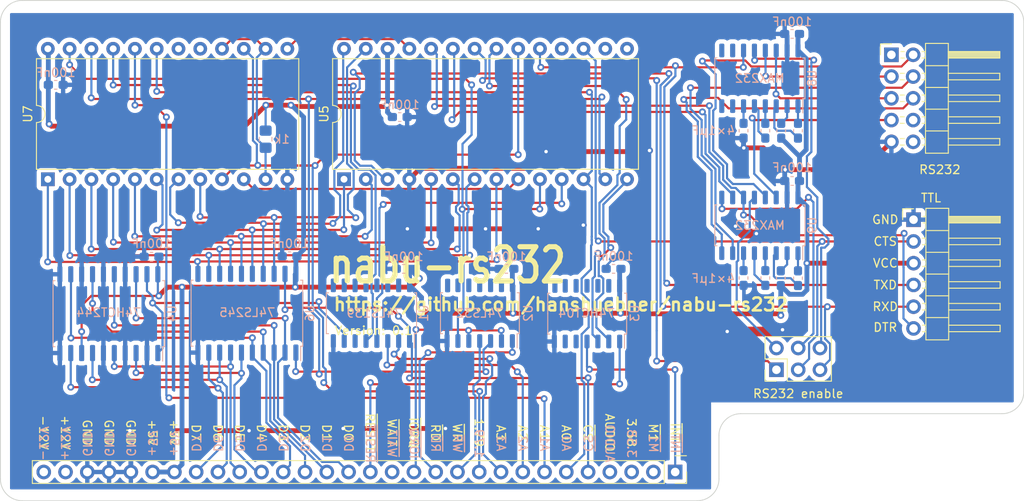
<source format=kicad_pcb>
(kicad_pcb (version 20211014) (generator pcbnew)
  (layers (0 "F.Cu" signal) (31 "B.Cu" signal) (34 "B.Paste" user) (35 "F.Paste" user) (36 "B.SilkS" user "B.Silkscreen") (37 "F.SilkS" user "F.Silkscreen") (38 "B.Mask" user) (39 "F.Mask" user) (44 "Edge.Cuts" user))
  (net 0 "")
  (net 1 "VCC")
  (net 2 "GND")
  (net 3 "Net-(C10-Pad1)")
  (net 4 "Net-(C10-Pad2)")
  (net 5 "Net-(C11-Pad1)")
  (net 6 "Net-(C11-Pad2)")
  (net 7 "Net-(C12-Pad1)")
  (net 8 "Net-(C12-Pad2)")
  (net 9 "Net-(C13-Pad1)")
  (net 10 "Net-(C13-Pad2)")
  (net 11 "Net-(C14-Pad2)")
  (net 12 "Net-(C15-Pad1)")
  (net 13 "Net-(C16-Pad2)")
  (net 14 "Net-(C17-Pad1)")
  (net 15 "/~{INT}")
  (net 19 "/~{CS}")
  (net 20 "/A0")
  (net 21 "/A1")
  (net 22 "/A2")
  (net 23 "/A3")
  (net 24 "/CLK")
  (net 25 "/~{WR}")
  (net 26 "/~{RD}")
  (net 27 "/~{IORQ}")
  (net 29 "/~{RESET}")
  (net 30 "/D0")
  (net 31 "/D1")
  (net 32 "/D2")
  (net 33 "/D3")
  (net 34 "/D4")
  (net 35 "/D5")
  (net 36 "/D6")
  (net 37 "/D7")
  (net 40 "/CTS")
  (net 41 "/TXD")
  (net 42 "/RXD")
  (net 43 "/DTR")
  (net 45 "Net-(J3-Pad2)")
  (net 46 "Net-(J3-Pad3)")
  (net 47 "Net-(J3-Pad4)")
  (net 48 "Net-(J3-Pad5)")
  (net 49 "Net-(J3-Pad6)")
  (net 50 "Net-(J3-Pad7)")
  (net 53 "Net-(R1-Pad2)")
  (net 54 "/~{UARTCS}")
  (net 55 "/~{PITCS}")
  (net 57 "/~{IDCS}")
  (net 58 "/~{IRD}")
  (net 59 "/~{IWR}")
  (net 60 "/RESET")
  (net 61 "/RXRDY")
  (net 62 "/ID2")
  (net 63 "/ID3")
  (net 64 "/ID4")
  (net 65 "/ID5")
  (net 66 "/ID6")
  (net 67 "/ID7")
  (net 68 "/TXC")
  (net 72 "Net-(U9-Pad12)")
  (net 73 "Net-(U5-Pad23)")
  (net 74 "/RXC")
  (net 75 "/ID0")
  (net 76 "/ID1")
  (net 83 "Net-(U9-Pad9)")
  (net 84 "Net-(U8-Pad12)")
  (net 85 "Net-(U5-Pad22)")
  (footprint "Connector_PinHeader_2.54mm:PinHeader_2x05_P2.54mm_Horizontal" (layer "F.Cu") (at 146.5072 82.6008)
    (fp_text reference "J3")
    (fp_text value "RS232")
  )
  (footprint "Package_DIP:DIP-28_W15.24mm" (layer "F.Cu") (at 82.6516 97.1296 90)
    (fp_text reference "U5")
    (fp_text value "8251")
  )
  (footprint "Connector_PinHeader_2.54mm:PinHeader_1x06_P2.54mm_Horizontal" (layer "F.Cu") (at 149.0918 101.854)
    (fp_text reference "J2")
    (fp_text value "TTL")
  )
  (footprint "Connector_PinHeader_2.54mm:PinHeader_2x03_P2.54mm_Vertical" (layer "F.Cu") (at 133.096 119.38 90)
    (fp_text reference "J4")
    (fp_text value "RS232 enable")
  )
  (footprint "Package_DIP:DIP-24_W15.24mm" (layer "F.Cu") (at 48.1026 97.1346 90)
    (fp_text reference "U7")
    (fp_text value "8253")
  )
  (footprint "Connector_PinSocket_2.54mm:NABU_Option_Connector" (layer "F.Cu") (at 121.285 131.318 -90)
    (fp_text reference "J1" hide)
    (fp_text value "NABU expansion slot")
  )
  (footprint "Capacitor_SMD:C_0603_1608Metric_Pad1.08x0.95mm_HandSolder" (layer "B.Cu") (at 135.6106 108.6866 90)
    (fp_text reference "C11")
    (fp_text value "1µF")
  )
  (footprint "Capacitor_SMD:C_0603_1608Metric_Pad1.08x0.95mm_HandSolder" (layer "B.Cu") (at 133.604 108.6866 90)
    (fp_text reference "C16")
    (fp_text value "1µF")
  )
  (footprint "Package_SO:SOP-16_4.55x10.3mm_P1.27mm" (layer "B.Cu") (at 85.852 112.776 90)
    (fp_text reference "U1")
    (fp_text value "74LS139")
  )
  (footprint "Capacitor_SMD:C_0603_1608Metric_Pad1.08x0.95mm_HandSolder" (layer "B.Cu") (at 60.198 106.172 180)
    (fp_text reference "C7")
    (fp_text value "100nF")
  )
  (footprint "Capacitor_SMD:C_0603_1608Metric_Pad1.08x0.95mm_HandSolder" (layer "B.Cu") (at 49.022 86.106)
    (fp_text reference "C9")
    (fp_text value "100nF")
  )
  (footprint "Package_SO:SOP-16_4.55x10.3mm_P1.27mm" (layer "B.Cu") (at 131.1656 85.344 90)
    (fp_text reference "U8")
    (fp_text value "MAX232")
  )
  (footprint "Capacitor_SMD:C_0603_1608Metric_Pad1.08x0.95mm_HandSolder" (layer "B.Cu") (at 134.9248 97.3328 180)
    (fp_text reference "C2")
    (fp_text value "100nF")
  )
  (footprint "Capacitor_SMD:C_0603_1608Metric_Pad1.08x0.95mm_HandSolder" (layer "B.Cu") (at 131.8006 108.6612 -90)
    (fp_text reference "C13")
    (fp_text value "1µF")
  )
  (footprint "Capacitor_SMD:C_0603_1608Metric_Pad1.08x0.95mm_HandSolder" (layer "B.Cu") (at 131.8006 91.4654 -90)
    (fp_text reference "C12")
    (fp_text value "1µF")
  )
  (footprint "Capacitor_SMD:C_0603_1608Metric_Pad1.08x0.95mm_HandSolder" (layer "B.Cu") (at 134.9248 80.1624 180)
    (fp_text reference "C1")
    (fp_text value "100nF")
  )
  (footprint "Resistor_SMD:R_0805_2012Metric_Pad1.20x1.40mm_HandSolder" (layer "B.Cu") (at 73.5076 92.456 -90)
    (fp_text reference "R1")
    (fp_text value "1k")
  )
  (footprint "Capacitor_SMD:C_0603_1608Metric_Pad1.08x0.95mm_HandSolder" (layer "B.Cu") (at 114.0968 107.5944 180)
    (fp_text reference "C3")
    (fp_text value "100nF")
  )
  (footprint "Capacitor_SMD:C_0603_1608Metric_Pad1.08x0.95mm_HandSolder" (layer "B.Cu") (at 76.3016 106.1212 180)
    (fp_text reference "C6")
    (fp_text value "100nF")
  )
  (footprint "Capacitor_SMD:C_0603_1608Metric_Pad1.08x0.95mm_HandSolder" (layer "B.Cu") (at 133.6548 91.4654 90)
    (fp_text reference "C14")
    (fp_text value "1µF")
  )
  (footprint "Capacitor_SMD:C_0603_1608Metric_Pad1.08x0.95mm_HandSolder" (layer "B.Cu") (at 101.6 107.5944 180)
    (fp_text reference "C4")
    (fp_text value "100nF")
  )
  (footprint "Capacitor_SMD:C_0603_1608Metric_Pad1.08x0.95mm_HandSolder" (layer "B.Cu") (at 135.6106 91.4654 90)
    (fp_text reference "C10")
    (fp_text value "1µF")
  )
  (footprint "Capacitor_SMD:C_0603_1608Metric_Pad1.08x0.95mm_HandSolder" (layer "B.Cu") (at 89.6112 107.5944 180)
    (fp_text reference "C5")
    (fp_text value "100nF")
  )
  (footprint "Capacitor_SMD:C_0603_1608Metric_Pad1.08x0.95mm_HandSolder" (layer "B.Cu") (at 129.2606 108.6612 -90)
    (fp_text reference "C17")
    (fp_text value "1µF")
  )
  (footprint "Capacitor_SMD:C_0603_1608Metric_Pad1.08x0.95mm_HandSolder" (layer "B.Cu") (at 129.2606 91.4654 -90)
    (fp_text reference "C15")
    (fp_text value "1µF")
  )
  (footprint "Package_SO:SOP-14_4.55x10.3mm_P1.27mm" (layer "B.Cu") (at 98.481312 112.212494 90)
    (fp_text reference "U2")
    (fp_text value "74LS32")
  )
  (footprint "Capacitor_SMD:C_0603_1608Metric_Pad1.08x0.95mm_HandSolder" (layer "B.Cu") (at 89.154 89.8652)
    (fp_text reference "C8")
    (fp_text value "100nF")
  )
  (footprint "Package_SO:SOP-16_4.55x10.3mm_P1.27mm" (layer "B.Cu") (at 131.1656 102.5144 90)
    (fp_text reference "U9")
    (fp_text value "MAX232")
  )
  (footprint "Package_SO:SOP-14_4.55x10.3mm_P1.27mm" (layer "B.Cu") (at 110.998 112.268 90)
    (fp_text reference "U3")
    (fp_text value "74HCT04")
  )
  (footprint "Package_SO:SOP-20_7.5x12.8mm_P1.27mm" (layer "B.Cu") (at 71.3232 112.776 90)
    (fp_text reference "U6")
    (fp_text value "74LS245")
  )
  (footprint "Package_SO:SOP-20_7.5x12.8mm_P1.27mm" (layer "B.Cu") (at 55.2196 112.8268 90)
    (fp_text reference "U4")
    (fp_text value "74HCT244")
  )
  (gr_arc (start 126.3905 132.1307) (mid 125.646551 133.926751) (end 123.8505 134.6707) (layer "Edge.Cuts") (width 0.1))
  (gr_line (start 42.5705 78.7907) (end 42.5705 132.1307) (layer "Edge.Cuts") (width 0.1))
  (gr_line (start 161.9505 121.9707) (end 161.9505 78.7907) (layer "Edge.Cuts") (width 0.1))
  (gr_line (start 126.3905 127.0507) (end 126.3905 132.1307) (layer "Edge.Cuts") (width 0.1))
  (gr_arc (start 42.5705 78.7907) (mid 43.314449 76.994649) (end 45.1105 76.2507) (layer "Edge.Cuts") (width 0.1))
  (gr_arc (start 45.1105 134.6707) (mid 43.314419 133.926781) (end 42.5705 132.1307) (layer "Edge.Cuts") (width 0.1))
  (gr_arc (start 126.3905 127.0507) (mid 127.134419 125.254619) (end 128.9305 124.5107) (layer "Edge.Cuts") (width 0.1))
  (gr_line (start 45.1105 134.6707) (end 123.8505 134.6707) (layer "Edge.Cuts") (width 0.1))
  (gr_arc (start 159.4105 76.2507) (mid 161.206522 76.994678) (end 161.9505 78.7907) (layer "Edge.Cuts") (width 0.1))
  (gr_arc (start 161.9505 121.9707) (mid 161.206551 123.766751) (end 159.4105 124.5107) (layer "Edge.Cuts") (width 0.1))
  (gr_line (start 128.9305 124.5107) (end 159.4105 124.5107) (layer "Edge.Cuts") (width 0.1))
  (gr_line (start 159.4105 76.2507) (end 45.1105 76.2507) (layer "Edge.Cuts") (width 0.1))
  (gr_text "4×1µF" (at 125.73 108.712) (layer "B.SilkS") (effects (font (size 1 1)) (justify mirror)))
  (gr_text "4×1µF" (at 125.73 91.44) (layer "B.SilkS") (effects (font (size 1 1)) (justify mirror)))
  (gr_text "nabu-rs232" (at 94.742 107.188) (layer "F.SilkS") (effects (font (size 4 3) (thickness 0.6))))
  (gr_text "https://github.com/hanshuebner/nabu-rs232" (at 107.95 111.76) (layer "F.SilkS") (effects (font (size 1.5 1.5) (thickness 0.3))))
  (gr_text "DTR" (at 145.796 114.427) (layer "F.SilkS") (effects (font (size 1 1))))
  (gr_text "VCC" (at 145.796 106.934) (layer "F.SilkS") (effects (font (size 1 1))))
  (gr_text "Version: 0.1" (at 86.106 114.808) (layer "F.SilkS") (effects (font (size 1 1))))
  (gr_text "RXD" (at 145.796 112.014) (layer "F.SilkS") (effects (font (size 1 1))))
  (gr_text "GND" (at 145.796 101.854) (layer "F.SilkS") (effects (font (size 1 1))))
  (gr_text "CTS" (at 145.796 104.394) (layer "F.SilkS") (effects (font (size 1 1))))
  (gr_text "TXD" (at 145.796 109.474) (layer "F.SilkS") (effects (font (size 1 1))))
  (segment (start 114.9096 112.776) (end 115.4176 112.776) (width 0.5635) (layer "F.Cu") (net 1))
  (segment (start 87.49815 88.63875) (end 87.6554 88.4815) (width 0.5635) (layer "F.Cu") (net 1))
  (segment (start 76.454 88.4815) (end 76.61125 88.63875) (width 0.5635) (layer "F.Cu") (net 1))
  (segment (start 71.0825 90.932) (end 73.533 88.4815) (width 0.5635) (layer "F.Cu") (net 1))
  (segment (start 62.076214 109.728) (end 61.046777 110.757437) (width 0.5635) (layer "F.Cu") (net 1))
  (segment (start 53.164858 110.757437) (end 61.046777 110.757437) (width 0.25) (layer "F.Cu") (net 1))
  (segment (start 115.4176 112.776) (end 118.006 112.776) (width 0.5635) (layer "F.Cu") (net 1))
  (segment (start 118.07495 112.84495) (end 133.41895 112.84495) (width 0.5635) (layer "F.Cu") (net 1))
  (segment (start 63.754 109.728) (end 63.246 109.728) (width 0.5635) (layer "F.Cu") (net 1))
  (segment (start 92.3036 112.776) (end 91.694 112.1664) (width 0.5635) (layer "F.Cu") (net 1))
  (segment (start 76.454 88.4815) (end 73.533 88.4815) (width 0.5635) (layer "F.Cu") (net 1))
  (segment (start 76.962 109.728) (end 63.246 109.728) (width 0.5635) (layer "F.Cu") (net 1))
  (segment (start 118.006 112.776) (end 118.07495 112.84495) (width 0.5635) (layer "F.Cu") (net 1))
  (segment (start 52.0446 114.9217) (end 52.0446 111.877695) (width 0.25) (layer "F.Cu") (net 1))
  (segment (start 76.61125 88.63875) (end 87.49815 88.63875) (width 0.5635) (layer "F.Cu") (net 1))
  (segment (start 91.44 108.712) (end 90.424 109.728) (width 0.5635) (layer "F.Cu") (net 1))
  (segment (start 90.424 109.728) (end 76.962 109.728) (width 0.5635) (layer "F.Cu") (net 1))
  (segment (start 52.0446 111.877695) (end 53.164858 110.757437) (width 0.25) (layer "F.Cu") (net 1))
  (segment (start 133.41895 112.84495) (end 133.604 113.03) (width 0.5635) (layer "F.Cu") (net 1))
  (segment (start 48.514 90.932) (end 71.0825 90.932) (width 0.5635) (layer "F.Cu") (net 1))
  (segment (start 48.26 90.678) (end 48.514 90.932) (width 0.5635) (layer "F.Cu") (net 1))
  (segment (start 63.246 109.728) (end 62.076214 109.728) (width 0.5635) (layer "F.Cu") (net 1))
  (segment (start 149.0918 106.934) (end 136.652 106.934) (width 0.5635) (layer "F.Cu") (net 1))
  (segment (start 102.362 112.776) (end 115.4176 112.776) (width 0.5635) (layer "F.Cu") (net 1))
  (segment (start 102.362 112.776) (end 92.3036 112.776) (width 0.5635) (layer "F.Cu") (net 1))
  (via (at 73.533 88.4815) (size 0.8) (drill 0.4) (layers "F.Cu" "B.Cu") (net 1))
  (via (at 76.962 109.728) (size 0.8) (drill 0.4) (layers "F.Cu" "B.Cu") (net 1))
  (via (at 87.6554 88.4815) (size 0.8) (drill 0.4) (layers "F.Cu" "B.Cu") (net 1))
  (via (at 114.9096 112.776) (size 0.8) (drill 0.4) (layers "F.Cu" "B.Cu") (net 1))
  (via (at 76.454 88.4815) (size 0.8) (drill 0.4) (layers "F.Cu" "B.Cu") (net 1))
  (via (at 102.362 112.776) (size 0.8) (drill 0.4) (layers "F.Cu" "B.Cu") (net 1))
  (via (at 61.046777 110.757437) (size 0.8) (drill 0.4) (layers "F.Cu" "B.Cu") (net 1))
  (via (at 136.652 106.934) (size 0.8) (drill 0.4) (layers "F.Cu" "B.Cu") (net 1))
  (via (at 48.26 90.678) (size 0.8) (drill 0.4) (layers "F.Cu" "B.Cu") (net 1))
  (via (at 91.694 112.1664) (size 0.8) (drill 0.4) (layers "F.Cu" "B.Cu") (net 1))
  (via (at 63.754 109.728) (size 0.8) (drill 0.4) (layers "F.Cu" "B.Cu") (net 1))
  (via (at 91.44 108.712) (size 0.8) (drill 0.4) (layers "F.Cu" "B.Cu") (net 1))
  (via (at 133.604 113.03) (size 0.8) (drill 0.4) (layers "F.Cu" "B.Cu") (net 1))
  (via (at 52.0446 114.9217) (size 0.8) (drill 0.4) (layers "F.Cu" "B.Cu") (net 1))
  (segment (start 76.454 88.392) (end 76.454 88.4815) (width 0.5635) (layer "B.Cu") (net 1))
  (segment (start 134.62325 110.56835) (end 136.146023 110.56835) (width 0.5635) (layer "B.Cu") (net 1))
  (segment (start 136.652 106.934) (end 136.652 107.442) (width 0.5635) (layer "B.Cu") (net 1))
  (segment (start 136.56735 83.05075) (end 135.6106 82.094) (width 0.5635) (layer "B.Cu") (net 1))
  (segment (start 90.4737 107.5944) (end 90.4737 107.7457) (width 0.5635) (layer "B.Cu") (net 1))
  (segment (start 76.962 108.2522) (end 77.0382 108.176) (width 0.5635) (layer "B.Cu") (net 1))
  (segment (start 90.297 109.526) (end 90.297 107.7711) (width 0.5635) (layer "B.Cu") (net 1))
  (segment (start 114.808 107.7457) (end 114.9593 107.5944) (width 0.5635) (layer "B.Cu") (net 1))
  (segment (start 135.6106 99.2644) (end 135.6106 97.5095) (width 0.5635) (layer "B.Cu") (net 1))
  (segment (start 60.325 131.318) (end 62.865 131.318) (width 0.5635) (layer "B.Cu") (net 1))
  (segment (start 135.6106 82.094) (end 135.6106 80.3391) (width 0.5635) (layer "B.Cu") (net 1))
  (segment (start 73.5076 91.456) (end 73.5076 88.5069) (width 0.25) (layer "B.Cu") (net 1))
  (segment (start 135.6106 97.5095) (end 135.7873 97.3328) (width 0.5635) (layer "B.Cu") (net 1))
  (segment (start 87.7316 89.3053) (end 87.7316 87.5284) (width 0.5635) (layer "B.Cu") (net 1))
  (segment (start 90.297 107.7711) (end 90.4737 107.5944) (width 0.5635) (layer "B.Cu") (net 1))
  (segment (start 62.865 131.318) (end 63.754 130.429) (width 0.5635) (layer "B.Cu") (net 1))
  (segment (start 135.7873 97.3328) (end 135.7873 94.4604) (width 0.5635) (layer "B.Cu") (net 1))
  (segment (start 48.1595 90.5775) (end 48.1595 86.106) (width 0.5635) (layer "B.Cu") (net 1))
  (segment (start 48.26 90.678) (end 48.1595 90.5775) (width 0.5635) (layer "B.Cu") (net 1))
  (segment (start 135.6106 80.3391) (end 135.7873 80.1624) (width 0.5635) (layer "B.Cu") (net 1))
  (segment (start 102.362 112.776) (end 102.362 109.593182) (width 0.5635) (layer "B.Cu") (net 1))
  (segment (start 77.0382 108.176) (end 77.0382 106.2471) (width 0.5635) (layer "B.Cu") (net 1))
  (segment (start 136.652 107.442) (end 136.652 100.3058) (width 0.5635) (layer "B.Cu") (net 1))
  (segment (start 77.1641 106.1212) (end 77.94165 105.34365) (width 0.5635) (layer "B.Cu") (net 1))
  (segment (start 114.808 109.578) (end 114.808 112.6744) (width 0.5635) (layer "B.Cu") (net 1))
  (segment (start 61.046777 110.757437) (end 60.9346 110.64526) (width 0.25) (layer "B.Cu") (net 1))
  (segment (start 133.604 109.5491) (end 134.62325 110.56835) (width 0.5635) (layer "B.Cu") (net 1))
  (segment (start 60.9346 106.2979) (end 61.0605 106.172) (width 0.25) (layer "B.Cu") (net 1))
  (segment (start 87.7316 87.5284) (end 87.7316 81.8896) (width 0.5635) (layer "B.Cu") (net 1))
  (segment (start 91.694 112.1664) (end 91.694 110.923) (width 0.5635) (layer "B.Cu") (net 1))
  (segment (start 102.291312 107.765588) (end 102.4625 107.5944) (width 0.5635) (layer "B.Cu") (net 1))
  (segment (start 133.604 109.5491) (end 133.604 110.744) (width 0.5635) (layer "B.Cu") (net 1))
  (segment (start 136.146023 110.56835) (end 136.652 110.062373) (width 0.5635) (layer "B.Cu") (net 1))
  (segment (start 52.0446 114.9217) (end 52.0446 117.4268) (width 0.25) (layer "B.Cu") (net 1))
  (segment (start 114.808 109.578) (end 114.808 107.7457) (width 0.5635) (layer "B.Cu") (net 1))
  (segment (start 90.4737 107.7457) (end 91.44 108.712) (width 0.5635) (layer "B.Cu") (net 1))
  (segment (start 136.56735 93.68035) (end 136.56735 83.05075) (width 0.5635) (layer "B.Cu") (net 1))
  (segment (start 77.0382 106.2471) (end 77.1641 106.1212) (width 0.5635) (layer "B.Cu") (net 1))
  (segment (start 87.6554 88.4815) (end 87.6554 87.6046) (width 0.25) (layer "B.Cu") (net 1))
  (segment (start 102.291312 109.522494) (end 102.291312 107.765588) (width 0.5635) (layer "B.Cu") (net 1))
  (segment (start 135.7873 94.4604) (end 133.6548 92.3279) (width 0.5635) (layer "B.Cu") (net 1))
  (segment (start 77.94165 105.34365) (end 77.94165 89.87965) (width 0.5635) (layer "B.Cu") (net 1))
  (segment (start 48.1595 81.9515) (end 48.1026 81.8946) (width 0.5635) (layer "B.Cu") (net 1))
  (segment (start 135.7873 94.4604) (end 136.56735 93.68035) (width 0.5635) (layer "B.Cu") (net 1))
  (segment (start 87.6554 87.6046) (end 87.7316 87.5284) (width 0.25) (layer "B.Cu") (net 1))
  (segment (start 77.94165 89.87965) (end 76.454 88.392) (width 0.5635) (layer "B.Cu") (net 1))
  (segment (start 76.962 109.728) (end 76.962 108.2522) (width 0.5635) (layer "B.Cu") (net 1))
  (segment (start 102.362 109.593182) (end 102.291312 109.522494) (width 0.5635) (layer "B.Cu") (net 1))
  (segment (start 114.808 112.6744) (end 114.9096 112.776) (width 0.5635) (layer "B.Cu") (net 1))
  (segment (start 63.754 130.429) (end 63.754 109.728) (width 0.5635) (layer "B.Cu") (net 1))
  (segment (start 136.652 100.3058) (end 135.6106 99.2644) (width 0.5635) (layer "B.Cu") (net 1))
  (segment (start 48.1595 86.106) (end 48.1595 81.9515) (width 0.5635) (layer "B.Cu") (net 1))
  (segment (start 133.604 113.03) (end 133.604 110.744) (width 0.5635) (layer "B.Cu") (net 1))
  (segment (start 60.9346 110.64526) (end 60.9346 108.2268) (width 0.25) (layer "B.Cu") (net 1))
  (segment (start 136.652 110.062373) (end 136.652 107.442) (width 0.5635) (layer "B.Cu") (net 1))
  (segment (start 91.694 110.923) (end 90.297 109.526) (width 0.5635) (layer "B.Cu") (net 1))
  (segment (start 73.5076 88.5069) (end 73.533 88.4815) (width 0.25) (layer "B.Cu") (net 1))
  (segment (start 88.2915 89.8652) (end 87.7316 89.3053) (width 0.5635) (layer "B.Cu") (net 1))
  (segment (start 60.9346 108.2268) (end 60.9346 106.2979) (width 0.25) (layer "B.Cu") (net 1))
  (segment (start 91.55335 95.84785) (end 104.20255 95.84785) (width 0.5635) (layer "F.Cu") (net 2))
  (segment (start 106.1974 93.8784) (end 106.2228 93.9038) (width 0.5635) (layer "F.Cu") (net 2))
  (segment (start 57.658 126.492) (end 82.296 126.492) (width 0.5635) (layer "F.Cu") (net 2))
  (segment (start 110.1344 102.9208) (end 105.3084 102.9208) (width 0.5635) (layer "F.Cu") (net 2))
  (segment (start 106.2228 93.9038) (end 118.1608 93.9038) (width 0.5635) (layer "F.Cu") (net 2))
  (segment (start 104.20255 95.84785) (end 106.1974 93.853) (width 0.5635) (layer "F.Cu") (net 2))
  (segment (start 82.55 126.238) (end 94.488 126.238) (width 0.5635) (layer "F.Cu") (net 2))
  (segment (start 129.286 93.472) (end 131.572 93.472) (width 0.5635) (layer "F.Cu") (net 2))
  (segment (start 143.256 96.012) (end 146.5072 92.7608) (width 0.5635) (layer "F.Cu") (net 2))
  (segment (start 82.296 126.492) (end 82.55 126.238) (width 0.5635) (layer "F.Cu") (net 2))
  (segment (start 134.112 96.012) (end 143.256 96.012) (width 0.5635) (layer "F.Cu") (net 2))
  (segment (start 106.1974 93.853) (end 106.1974 93.8784) (width 0.5635) (layer "F.Cu") (net 2))
  (segment (start 133.604 114.9096) (end 133.8072 114.7064) (width 1.127) (layer "F.Cu") (net 2))
  (segment (start 130.7592 103.4796) (end 129.1844 103.4796) (width 1.127) (layer "F.Cu") (net 2))
  (segment (start 105.3084 102.9208) (end 90.043 102.9208) (width 0.5635) (layer "F.Cu") (net 2))
  (segment (start 110.565847 102.489353) (end 110.1344 102.9208) (width 0.5635) (layer "F.Cu") (net 2))
  (segment (start 127.3556 114.9096) (end 133.604 114.9096) (width 1.127) (layer "F.Cu") (net 2))
  (segment (start 129.1844 103.4796) (end 128.3208 102.616) (width 1.127) (layer "F.Cu") (net 2))
  (segment (start 131.572 93.472) (end 134.112 96.012) (width 0.5635) (layer "F.Cu") (net 2))
  (segment (start 90.2716 97.1296) (end 91.55335 95.84785) (width 0.5635) (layer "F.Cu") (net 2))
  (segment (start 118.1608 93.9038) (end 118.2878 93.7768) (width 0.5635) (layer "F.Cu") (net 2))
  (via (at 133.8072 114.7064) (size 0.8) (drill 0.4) (layers "F.Cu" "B.Cu") (net 2))
  (via (at 82.55 126.238) (size 0.8) (drill 0.4) (layers "F.Cu" "B.Cu") (net 2))
  (via (at 57.658 126.492) (size 0.8) (drill 0.4) (layers "F.Cu" "B.Cu") (net 2))
  (via (at 129.286 93.472) (size 0.8) (drill 0.4) (layers "F.Cu" "B.Cu") (net 2))
  (via (at 110.565847 102.489353) (size 0.8) (drill 0.4) (layers "F.Cu" "B.Cu") (net 2))
  (via (at 130.7592 103.4796) (size 0.8) (drill 0.4) (layers "F.Cu" "B.Cu") (net 2))
  (via (at 105.3084 102.9208) (size 0.8) (drill 0.4) (layers "F.Cu" "B.Cu") (net 2))
  (via (at 106.2228 93.9038) (size 0.8) (drill 0.4) (layers "F.Cu" "B.Cu") (net 2))
  (via (at 94.488 126.238) (size 0.8) (drill 0.4) (layers "F.Cu" "B.Cu") (net 2))
  (via (at 134.112 96.012) (size 0.8) (drill 0.4) (layers "F.Cu" "B.Cu") (net 2))
  (via (at 127.3556 114.9096) (size 0.8) (drill 0.4) (layers "F.Cu" "B.Cu") (net 2))
  (via (at 118.2878 93.7768) (size 0.8) (drill 0.4) (layers "F.Cu" "B.Cu") (net 2))
  (via (at 90.043 102.9208) (size 0.8) (drill 0.4) (layers "F.Cu" "B.Cu") (net 2))
  (via (at 99.1616 102.9208) (size 0.8) (drill 0.4) (layers "F.Cu" "B.Cu") (net 2))
  (via (at 71.5772 126.492) (size 0.8) (drill 0.4) (layers "F.Cu" "B.Cu") (net 2))
  (via (at 128.3208 102.616) (size 0.8) (drill 0.4) (layers "F.Cu" "B.Cu") (net 2))
  (segment (start 129.2606 93.4466) (end 129.286 93.472) (width 0.5635) (layer "B.Cu") (net 2))
  (segment (start 113.2343 107.5944) (end 113.2343 107.2377) (width 0.25) (layer "B.Cu") (net 2))
  (segment (start 57.785 131.318) (end 57.785 126.619) (width 0.5635) (layer "B.Cu") (net 2))
  (segment (start 129.2606 92.3279) (end 129.2606 93.4466) (width 0.5635) (layer "B.Cu") (net 2))
  (segment (start 134.3406 82.094) (end 134.3406 80.4407) (width 0.5635) (layer "B.Cu") (net 2))
  (segment (start 134.3406 99.2644) (end 134.3406 97.6111) (width 0.5635) (layer "B.Cu") (net 2))
  (segment (start 134.0623 96.0617) (end 134.112 96.012) (width 0.5635) (layer "B.Cu") (net 2))
  (segment (start 113.2343 107.2377) (end 114.0206 106.4514) (width 0.25) (layer "B.Cu") (net 2))
  (segment (start 134.0623 97.3328) (end 134.0623 96.0617) (width 0.5635) (layer "B.Cu") (net 2))
  (segment (start 57.785 126.619) (end 57.658 126.492) (width 0.5635) (layer "B.Cu") (net 2))
  (segment (start 134.3406 97.6111) (end 134.0623 97.3328) (width 0.5635) (layer "B.Cu") (net 2))
  (segment (start 134.3406 80.4407) (end 134.0623 80.1624) (width 0.5635) (layer "B.Cu") (net 2))
  (segment (start 132.8548 88.8098) (end 132.8548 91.135895) (width 0.25) (layer "B.Cu") (net 3))
  (segment (start 133.184305 91.4654) (end 134.7481 91.4654) (width 0.25) (layer "B.Cu") (net 3))
  (segment (start 133.0706 88.594) (end 132.8548 88.8098) (width 0.25) (layer "B.Cu") (net 3))
  (segment (start 132.8548 91.135895) (end 133.184305 91.4654) (width 0.25) (layer "B.Cu") (net 3))
  (segment (start 134.7481 91.4654) (end 135.6106 92.3279) (width 0.25) (layer "B.Cu") (net 3))
  (segment (start 135.6106 88.594) (end 135.6106 90.6029) (width 0.25) (layer "B.Cu") (net 4))
  (segment (start 134.7481 108.6866) (end 135.6106 109.5491) (width 0.25) (layer "B.Cu") (net 5))
  (segment (start 132.804 106.031) (end 132.804 108.470801) (width 0.25) (layer "B.Cu") (net 5))
  (segment (start 133.019799 108.6866) (end 134.7481 108.6866) (width 0.25) (layer "B.Cu") (net 5))
  (segment (start 132.804 108.470801) (end 133.019799 108.6866) (width 0.25) (layer "B.Cu") (net 5))
  (segment (start 133.0706 105.7644) (end 132.804 106.031) (width 0.25) (layer "B.Cu") (net 5))
  (segment (start 135.6106 105.7644) (end 135.6106 107.8241) (width 0.25) (layer "B.Cu") (net 6))
  (segment (start 131.8006 88.594) (end 131.8006 90.6029) (width 0.25) (layer "B.Cu") (net 7))
  (segment (start 130.997662 89.061062) (end 130.997662 91.524962) (width 0.25) (layer "B.Cu") (net 8))
  (segment (start 130.5306 88.594) (end 130.997662 89.061062) (width 0.25) (layer "B.Cu") (net 8))
  (segment (start 130.997662 91.524962) (end 131.8006 92.3279) (width 0.25) (layer "B.Cu") (net 8))
  (segment (start 131.8006 105.7644) (end 131.8006 107.7987) (width 0.25) (layer "B.Cu") (net 9))
  (segment (start 130.5306 108.2537) (end 131.8006 109.5237) (width 0.25) (layer "B.Cu") (net 10))
  (segment (start 130.5306 105.7644) (end 130.5306 108.2537) (width 0.25) (layer "B.Cu") (net 10))
  (segment (start 134.3406 88.594) (end 134.3406 89.9171) (width 0.25) (layer "B.Cu") (net 11))
  (segment (start 134.3406 89.9171) (end 133.6548 90.6029) (width 0.25) (layer "B.Cu") (net 11))
  (segment (start 129.2606 88.594) (end 129.2606 90.6029) (width 0.25) (layer "B.Cu") (net 12))
  (segment (start 134.3406 105.7644) (end 134.3406 107.0875) (width 0.25) (layer "B.Cu") (net 13))
  (segment (start 134.3406 107.0875) (end 133.604 107.8241) (width 0.25) (layer "B.Cu") (net 13))
  (segment (start 129.2606 105.7644) (end 129.2606 107.7987) (width 0.25) (layer "B.Cu") (net 14))
  (segment (start 111.2793 119.33228) (end 111.30162 119.3546) (width 0.25) (layer "F.Cu") (net 15))
  (segment (start 111.30162 119.3546) (end 121.2596 119.3546) (width 0.25) (layer "F.Cu") (net 15))
  (via (at 121.2596 119.3546) (size 0.8) (drill 0.4) (layers "F.Cu" "B.Cu") (net 15))
  (via (at 111.2793 119.33228) (size 0.8) (drill 0.4) (layers "F.Cu" "B.Cu") (net 15))
  (segment (start 110.998 119.05098) (end 110.998 116.078) (width 0.25) (layer "B.Cu") (net 15))
  (segment (start 121.2596 119.3546) (end 121.285 119.38) (width 0.25) (layer "B.Cu") (net 15))
  (segment (start 111.2793 119.33228) (end 110.998 119.05098) (width 0.25) (layer "B.Cu") (net 15))
  (segment (start 121.285 119.38) (end 121.285 131.318) (width 0.25) (layer "B.Cu") (net 15))
  (segment (start 88.011 112.141) (end 75.986659 112.141) (width 0.25) (layer "F.Cu") (net 19))
  (segment (start 111.0996 120.3452) (end 111.125 120.3198) (width 0.25) (layer "F.Cu") (net 19))
  (segment (start 75.986659 112.141) (end 75.766596 112.361063) (width 0.25) (layer "F.Cu") (net 19))
  (segment (start 90.297 120.3452) (end 111.0996 120.3452) (width 0.25) (layer "F.Cu") (net 19))
  (segment (start 89.0016 113.1316) (end 88.011 112.141) (width 0.25) (layer "F.Cu") (net 19))
  (via (at 75.766596 112.361063) (size 0.8) (drill 0.4) (layers "F.Cu" "B.Cu") (net 19))
  (via (at 89.0016 113.1316) (size 0.8) (drill 0.4) (layers "F.Cu" "B.Cu") (net 19))
  (via (at 111.125 120.3198) (size 0.8) (drill 0.4) (layers "F.Cu" "B.Cu") (net 19))
  (via (at 90.297 120.3452) (size 0.8) (drill 0.4) (layers "F.Cu" "B.Cu") (net 19))
  (segment (start 90.572 116.301) (end 90.572 120.0702) (width 0.25) (layer "B.Cu") (net 19))
  (segment (start 75.7682 108.176) (end 75.7682 112.359459) (width 0.25) (layer "B.Cu") (net 19))
  (segment (start 90.3224 114.4524) (end 90.3224 116.0006) (width 0.25) (layer "B.Cu") (net 19))
  (segment (start 90.3224 116.0006) (end 90.297 116.026) (width 0.25) (layer "B.Cu") (net 19))
  (segment (start 89.0016 113.1316) (end 90.3224 114.4524) (width 0.25) (layer "B.Cu") (net 19))
  (segment (start 75.7682 112.359459) (end 75.766596 112.361063) (width 0.25) (layer "B.Cu") (net 19))
  (segment (start 90.297 116.026) (end 90.572 116.301) (width 0.25) (layer "B.Cu") (net 19))
  (segment (start 90.572 120.0702) (end 90.297 120.3452) (width 0.25) (layer "B.Cu") (net 19))
  (segment (start 111.125 120.3198) (end 111.125 131.318) (width 0.25) (layer "B.Cu") (net 19))
  (segment (start 111.2821 86.9696) (end 60.9092 86.9696) (width 0.25) (layer "F.Cu") (net 20))
  (segment (start 60.9092 86.9696) (end 60.8076 86.868) (width 0.25) (layer "F.Cu") (net 20))
  (via (at 60.8076 86.868) (size 0.8) (drill 0.4) (layers "F.Cu" "B.Cu") (net 20))
  (via (at 111.2821 86.9696) (size 0.8) (drill 0.4) (layers "F.Cu" "B.Cu") (net 20))
  (segment (start 111.547345 104.208141) (end 111.547345 103.835349) (width 0.25) (layer "B.Cu") (net 20))
  (segment (start 111.5566 104.787905) (end 111.5566 104.217396) (width 0.25) (layer "B.Cu") (net 20))
  (segment (start 111.547345 103.835349) (end 111.5566 103.826094) (width 0.25) (layer "B.Cu") (net 20))
  (segment (start 110.373 115.231249) (end 111.193 114.411249) (width 0.25) (layer "B.Cu") (net 20))
  (segment (start 111.5566 87.2441) (end 111.5566 96.1646) (width 0.25) (layer "B.Cu") (net 20))
  (segment (start 110.675 129.228) (end 110.675 120.895105) (width 0.25) (layer "B.Cu") (net 20))
  (segment (start 110.373 120.593105) (end 110.373 115.231249) (width 0.25) (layer "B.Cu") (net 20))
  (segment (start 111.5566 104.217396) (end 111.547345 104.208141) (width 0.25) (layer "B.Cu") (net 20))
  (segment (start 111.2821 86.9696) (end 111.5566 87.2441) (width 0.25) (layer "B.Cu") (net 20))
  (segment (start 110.373 110.424751) (end 110.373 108.731249) (width 0.25) (layer "B.Cu") (net 20))
  (segment (start 110.373 108.731249) (end 111.4696 107.634649) (width 0.25) (layer "B.Cu") (net 20))
  (segment (start 111.4696 107.634649) (end 111.4696 104.874905) (width 0.25) (layer "B.Cu") (net 20))
  (segment (start 111.5566 98.0946) (end 110.5916 97.1296) (width 0.25) (layer "B.Cu") (net 20))
  (segment (start 111.4696 104.874905) (end 111.5566 104.787905) (width 0.25) (layer "B.Cu") (net 20))
  (segment (start 60.8026 86.863) (end 60.8026 81.8946) (width 0.25) (layer "B.Cu") (net 20))
  (segment (start 111.193 111.244751) (end 110.373 110.424751) (width 0.25) (layer "B.Cu") (net 20))
  (segment (start 108.585 131.318) (end 110.675 129.228) (width 0.25) (layer "B.Cu") (net 20))
  (segment (start 111.193 114.411249) (end 111.193 111.244751) (width 0.25) (layer "B.Cu") (net 20))
  (segment (start 111.5566 103.826094) (end 111.5566 98.0946) (width 0.25) (layer "B.Cu") (net 20))
  (segment (start 110.675 120.895105) (end 110.373 120.593105) (width 0.25) (layer "B.Cu") (net 20))
  (segment (start 111.5566 96.1646) (end 110.5916 97.1296) (width 0.25) (layer "B.Cu") (net 20))
  (segment (start 60.8076 86.868) (end 60.8026 86.863) (width 0.25) (layer "B.Cu") (net 20))
  (segment (start 105.8926 122.6566) (end 62.23 122.6566) (width 0.25) (layer "F.Cu") (net 21))
  (segment (start 58.2676 88.4815) (end 60.5415 88.4815) (width 0.25) (layer "F.Cu") (net 21))
  (segment (start 105.9942 122.7582) (end 105.8926 122.6566) (width 0.25) (layer "F.Cu") (net 21))
  (segment (start 60.5415 88.4815) (end 61.9276 89.8676) (width 0.25) (layer "F.Cu") (net 21))
  (via (at 58.2676 88.4815) (size 0.8) (drill 0.4) (layers "F.Cu" "B.Cu") (net 21))
  (via (at 61.9276 89.8676) (size 0.8) (drill 0.4) (layers "F.Cu" "B.Cu") (net 21))
  (via (at 62.23 122.6566) (size 0.8) (drill 0.4) (layers "F.Cu" "B.Cu") (net 21))
  (via (at 105.9942 122.7582) (size 0.8) (drill 0.4) (layers "F.Cu" "B.Cu") (net 21))
  (segment (start 61.9276 89.8676) (end 61.9276 122.3542) (width 0.25) (layer "B.Cu") (net 21))
  (segment (start 58.2626 88.4765) (end 58.2676 88.4815) (width 0.25) (layer "B.Cu") (net 21))
  (segment (start 58.2626 81.8946) (end 58.2626 88.4765) (width 0.25) (layer "B.Cu") (net 21))
  (segment (start 106.045 131.318) (end 106.045 122.809) (width 0.25) (layer "B.Cu") (net 21))
  (segment (start 61.9276 122.3542) (end 62.23 122.6566) (width 0.25) (layer "B.Cu") (net 21))
  (segment (start 106.045 122.809) (end 105.9942 122.7582) (width 0.25) (layer "B.Cu") (net 21))
  (segment (start 102.0705 118.8212) (end 87.6554 118.8212) (width 0.25) (layer "F.Cu") (net 22))
  (segment (start 102.87 119.6207) (end 102.0705 118.8212) (width 0.25) (layer "F.Cu") (net 22))
  (via (at 102.87 119.6207) (size 0.8) (drill 0.4) (layers "F.Cu" "B.Cu") (net 22))
  (via (at 87.6554 118.8212) (size 0.8) (drill 0.4) (layers "F.Cu" "B.Cu") (net 22))
  (segment (start 103.505 120.2557) (end 103.505 131.318) (width 0.25) (layer "B.Cu") (net 22))
  (segment (start 87.757 116.026) (end 87.757 118.7196) (width 0.25) (layer "B.Cu") (net 22))
  (segment (start 102.87 119.6207) (end 103.505 120.2557) (width 0.25) (layer "B.Cu") (net 22))
  (segment (start 87.757 118.7196) (end 87.6554 118.8212) (width 0.25) (layer "B.Cu") (net 22))
  (segment (start 99.629912 118.1105) (end 99.655812 118.0846) (width 0.25) (layer "F.Cu") (net 23))
  (segment (start 88.4936 117.5512) (end 89.0529 118.1105) (width 0.25) (layer "F.Cu") (net 23))
  (segment (start 89.0529 118.1105) (end 99.629912 118.1105) (width 0.25) (layer "F.Cu") (net 23))
  (via (at 88.4936 117.5512) (size 0.8) (drill 0.4) (layers "F.Cu" "B.Cu") (net 23))
  (via (at 99.655812 118.0846) (size 0.8) (drill 0.4) (layers "F.Cu" "B.Cu") (net 23))
  (segment (start 98.875 122.520705) (end 98.875 129.228) (width 0.25) (layer "B.Cu") (net 23))
  (segment (start 99.930812 118.9086) (end 99.930812 120.033188) (width 0.25) (layer "B.Cu") (net 23))
  (segment (start 99.655812 118.0846) (end 99.381312 118.3591) (width 0.25) (layer "B.Cu") (net 23))
  (segment (start 99.930812 120.033188) (end 99.2008 120.7632) (width 0.25) (layer "B.Cu") (net 23))
  (segment (start 89.027 117.0178) (end 89.027 116.026) (width 0.25) (layer "B.Cu") (net 23))
  (segment (start 99.2008 122.194905) (end 98.875 122.520705) (width 0.25) (layer "B.Cu") (net 23))
  (segment (start 99.381312 118.3591) (end 99.930812 118.9086) (width 0.25) (layer "B.Cu") (net 23))
  (segment (start 88.4936 117.5512) (end 89.027 117.0178) (width 0.25) (layer "B.Cu") (net 23))
  (segment (start 98.875 129.228) (end 100.965 131.318) (width 0.25) (layer "B.Cu") (net 23))
  (segment (start 99.2008 120.7632) (end 99.2008 122.194905) (width 0.25) (layer "B.Cu") (net 23))
  (segment (start 72.5932 95.504) (end 72.6186 95.5294) (width 0.25) (layer "F.Cu") (net 24))
  (segment (start 98.4758 121.8946) (end 81.3054 121.8946) (width 0.25) (layer "F.Cu") (net 24))
  (segment (start 81.3054 121.8946) (end 80.2894 120.8786) (width 0.25) (layer "F.Cu") (net 24))
  (segment (start 80.5429 94.2594) (end 79.2729 95.5294) (width 0.25) (layer "F.Cu") (net 24))
  (segment (start 70.0278 95.5294) (end 68.4226 97.1346) (width 0.25) (layer "F.Cu") (net 24))
  (segment (start 79.2729 95.5294) (end 70.0278 95.5294) (width 0.25) (layer "F.Cu") (net 24))
  (segment (start 72.6186 95.5294) (end 79.2729 95.5294) (width 0.25) (layer "F.Cu") (net 24))
  (segment (start 102.9716 94.2594) (end 80.5429 94.2594) (width 0.25) (layer "F.Cu") (net 24))
  (via (at 79.2729 95.5294) (size 0.8) (drill 0.4) (layers "F.Cu" "B.Cu") (net 24))
  (via (at 72.5932 95.504) (size 0.8) (drill 0.4) (layers "F.Cu" "B.Cu") (net 24))
  (via (at 80.2894 120.8786) (size 0.8) (drill 0.4) (layers "F.Cu" "B.Cu") (net 24))
  (via (at 98.4758 121.8946) (size 0.8) (drill 0.4) (layers "F.Cu" "B.Cu") (net 24))
  (via (at 102.9716 94.2594) (size 0.8) (drill 0.4) (layers "F.Cu" "B.Cu") (net 24))
  (segment (start 78.9979 95.8044) (end 79.2729 95.5294) (width 0.25) (layer "B.Cu") (net 24))
  (segment (start 80.2894 120.8786) (end 80.518 120.65) (width 0.25) (layer "B.Cu") (net 24))
  (segment (start 80.206 113.300804) (end 78.9979 112.092704) (width 0.25) (layer "B.Cu") (net 24))
  (segment (start 98.425 121.9454) (end 98.4758 121.8946) (width 0.25) (layer "B.Cu") (net 24))
  (segment (start 72.4826 93.067396) (end 72.0326 92.617396) (width 0.25) (layer "B.Cu") (net 24))
  (segment (start 80.518 120.65) (end 80.518 119.3292) (width 0.25) (layer "B.Cu") (net 24))
  (segment (start 102.9716 94.2594) (end 102.9716 81.8896) (width 0.25) (layer "B.Cu") (net 24))
  (segment (start 80.206 119.0172) (end 80.206 113.300804) (width 0.25) (layer "B.Cu") (net 24))
  (segment (start 80.518 119.3292) (end 80.206 119.0172) (width 0.25) (layer "B.Cu") (net 24))
  (segment (start 98.425 131.318) (end 98.425 121.9454) (width 0.25) (layer "B.Cu") (net 24))
  (segment (start 72.4826 95.3934) (end 72.4826 93.067396) (width 0.25) (layer "B.Cu") (net 24))
  (segment (start 72.5932 95.504) (end 72.4826 95.3934) (width 0.25) (layer "B.Cu") (net 24))
  (segment (start 72.0326 82.9646) (end 70.9626 81.8946) (width 0.25) (layer "B.Cu") (net 24))
  (segment (start 72.0326 92.617396) (end 72.0326 82.9646) (width 0.25) (layer "B.Cu") (net 24))
  (segment (start 78.9979 112.092704) (end 78.9979 95.8044) (width 0.25) (layer "B.Cu") (net 24))
  (segment (start 97.975 122.419105) (end 97.7508 122.194905) (width 0.25) (layer "B.Cu") (net 25))
  (segment (start 98.481312 120.568288) (end 98.481312 116.022494) (width 0.25) (layer "B.Cu") (net 25))
  (segment (start 97.975 129.228) (end 97.975 122.419105) (width 0.25) (layer "B.Cu") (net 25))
  (segment (start 95.885 131.318) (end 97.975 129.228) (width 0.25) (layer "B.Cu") (net 25))
  (segment (start 97.7508 122.194905) (end 97.7508 121.2988) (width 0.25) (layer "B.Cu") (net 25))
  (segment (start 97.7508 121.2988) (end 98.481312 120.568288) (width 0.25) (layer "B.Cu") (net 25))
  (segment (start 92.4935 117.348) (end 102.2858 117.348) (width 0.25) (layer "F.Cu") (net 26))
  (segment (start 92.456 117.3855) (end 92.4935 117.348) (width 0.25) (layer "F.Cu") (net 26))
  (via (at 92.456 117.3855) (size 0.8) (drill 0.4) (layers "F.Cu" "B.Cu") (net 26))
  (via (at 102.2858 117.348) (size 0.8) (drill 0.4) (layers "F.Cu" "B.Cu") (net 26))
  (segment (start 91.472 129.445) (end 93.345 131.318) (width 0.25) (layer "B.Cu") (net 26))
  (segment (start 92.456 117.3855) (end 91.472 118.3695) (width 0.25) (layer "B.Cu") (net 26))
  (segment (start 102.2858 116.028006) (end 102.291312 116.022494) (width 0.25) (layer "B.Cu") (net 26))
  (segment (start 102.2858 117.348) (end 102.2858 116.028006) (width 0.25) (layer "B.Cu") (net 26))
  (segment (start 91.472 118.3695) (end 91.472 129.445) (width 0.25) (layer "B.Cu") (net 26))
  (segment (start 91.0469 114.681507) (end 91.071793 114.7064) (width 0.25) (layer "F.Cu") (net 27))
  (segment (start 100.9904 114.7826) (end 97.1804 114.7826) (width 0.25) (layer "F.Cu") (net 27))
  (segment (start 91.071793 114.7064) (end 97.1042 114.7064) (width 0.25) (layer "F.Cu") (net 27))
  (segment (start 97.1042 114.7064) (end 97.1804 114.7826) (width 0.25) (layer "F.Cu") (net 27))
  (via (at 100.9904 114.7826) (size 0.8) (drill 0.4) (layers "F.Cu" "B.Cu") (net 27))
  (via (at 91.0469 114.681507) (size 0.8) (drill 0.4) (layers "F.Cu" "B.Cu") (net 27))
  (via (at 97.1804 114.7826) (size 0.8) (drill 0.4) (layers "F.Cu" "B.Cu") (net 27))
  (segment (start 101.021312 114.813512) (end 100.9904 114.7826) (width 0.25) (layer "B.Cu") (net 27))
  (segment (start 91.022 114.706407) (end 91.022 131.101) (width 0.25) (layer "B.Cu") (net 27))
  (segment (start 97.1804 114.7826) (end 97.1804 115.991582) (width 0.25) (layer "B.Cu") (net 27))
  (segment (start 101.021312 116.022494) (end 101.021312 114.813512) (width 0.25) (layer "B.Cu") (net 27))
  (segment (start 91.022 131.101) (end 90.805 131.318) (width 0.25) (layer "B.Cu") (net 27))
  (segment (start 97.1804 115.991582) (end 97.211312 116.022494) (width 0.25) (layer "B.Cu") (net 27))
  (segment (start 91.0469 114.681507) (end 91.022 114.706407) (width 0.25) (layer "B.Cu") (net 27))
  (segment (start 114.7688 121.0702) (end 85.9166 121.0702) (width 0.25) (layer "F.Cu") (net 29))
  (segment (start 85.9166 121.0702) (end 85.725 120.8786) (width 0.25) (layer "F.Cu") (net 29))
  (segment (start 114.808 121.031) (end 114.7688 121.0702) (width 0.25) (layer "F.Cu") (net 29))
  (via (at 85.725 120.8786) (size 0.8) (drill 0.4) (layers "F.Cu" "B.Cu") (net 29))
  (via (at 114.808 121.031) (size 0.8) (drill 0.4) (layers "F.Cu" "B.Cu") (net 29))
  (segment (start 114.808 116.078) (end 114.808 121.031) (width 0.25) (layer "B.Cu") (net 29))
  (segment (start 85.725 120.8786) (end 85.725 131.318) (width 0.25) (layer "B.Cu") (net 29))
  (segment (start 75.7936 113.3602) (end 58.42 113.3602) (width 0.25) (layer "F.Cu") (net 30))
  (segment (start 58.42 113.3602) (end 58.3946 113.3348) (width 0.25) (layer "F.Cu") (net 30))
  (via (at 58.3946 113.3348) (size 0.8) (drill 0.4) (layers "F.Cu" "B.Cu") (net 30))
  (via (at 75.7936 113.3602) (size 0.8) (drill 0.4) (layers "F.Cu" "B.Cu") (net 30))
  (segment (start 74.9482 118.547751) (end 74.9482 124.984804) (width 0.25) (layer "B.Cu") (net 30))
  (segment (start 82.01 130.143) (end 83.185 131.318) (width 0.25) (layer "B.Cu") (net 30))
  (segment (start 74.9482 124.984804) (end 80.106396 130.143) (width 0.25) (layer "B.Cu") (net 30))
  (segment (start 75.7682 117.376) (end 75.7682 113.3856) (width 0.25) (layer "B.Cu") (net 30))
  (segment (start 80.106396 130.143) (end 82.01 130.143) (width 0.25) (layer "B.Cu") (net 30))
  (segment (start 75.7682 117.727751) (end 74.9482 118.547751) (width 0.25) (layer "B.Cu") (net 30))
  (segment (start 75.7682 117.376) (end 75.7682 117.727751) (width 0.25) (layer "B.Cu") (net 30))
  (segment (start 58.3946 113.3348) (end 58.3946 108.2268) (width 0.25) (layer "B.Cu") (net 30))
  (segment (start 75.7682 113.3856) (end 75.7936 113.3602) (width 0.25) (layer "B.Cu") (net 30))
  (segment (start 74.4982 114.1984) (end 55.88 114.1984) (width 0.25) (layer "F.Cu") (net 31))
  (segment (start 55.88 114.1984) (end 55.8546 114.173) (width 0.25) (layer "F.Cu") (net 31))
  (via (at 74.4982 114.1984) (size 0.8) (drill 0.4) (layers "F.Cu" "B.Cu") (net 31))
  (via (at 55.8546 114.173) (size 0.8) (drill 0.4) (layers "F.Cu" "B.Cu") (net 31))
  (segment (start 74.4982 125.1712) (end 80.645 131.318) (width 0.25) (layer "B.Cu") (net 31))
  (segment (start 74.4982 117.376) (end 74.4982 114.1984) (width 0.25) (layer "B.Cu") (net 31))
  (segment (start 55.8546 114.173) (end 55.8546 108.2268) (width 0.25) (layer "B.Cu") (net 31))
  (segment (start 74.4982 117.376) (end 74.4982 125.1712) (width 0.25) (layer "B.Cu") (net 31))
  (segment (start 53.3146 112.658305) (end 55.577495 114.9212) (width 0.25) (layer "F.Cu") (net 32))
  (segment (start 73.189 114.9212) (end 73.2282 114.9604) (width 0.25) (layer "F.Cu") (net 32))
  (segment (start 53.3146 111.633) (end 53.3146 112.658305) (width 0.25) (layer "F.Cu") (net 32))
  (segment (start 55.577495 114.9212) (end 73.189 114.9212) (width 0.25) (layer "F.Cu") (net 32))
  (via (at 53.3146 111.633) (size 0.8) (drill 0.4) (layers "F.Cu" "B.Cu") (net 32))
  (via (at 73.2282 114.9604) (size 0.8) (drill 0.4) (layers "F.Cu" "B.Cu") (net 32))
  (segment (start 73.2282 117.983) (end 74.0482 118.803) (width 0.25) (layer "B.Cu") (net 32))
  (segment (start 53.3146 111.633) (end 53.3146 108.2268) (width 0.25) (layer "B.Cu") (net 32))
  (segment (start 74.0482 118.803) (end 74.0482 125.357596) (width 0.25) (layer "B.Cu") (net 32))
  (segment (start 73.2282 117.376) (end 73.2282 117.983) (width 0.25) (layer "B.Cu") (net 32))
  (segment (start 78.105 129.414396) (end 78.105 131.318) (width 0.25) (layer "B.Cu") (net 32))
  (segment (start 74.0482 125.357596) (end 78.105 129.414396) (width 0.25) (layer "B.Cu") (net 32))
  (segment (start 73.2282 117.376) (end 73.2282 114.9604) (width 0.25) (layer "B.Cu") (net 32))
  (segment (start 71.9582 115.6462) (end 50.8254 115.6462) (width 0.25) (layer "F.Cu") (net 33))
  (segment (start 50.8254 115.6462) (end 50.8 115.6716) (width 0.25) (layer "F.Cu") (net 33))
  (via (at 50.8 115.6716) (size 0.8) (drill 0.4) (layers "F.Cu" "B.Cu") (net 33))
  (via (at 71.9582 115.6462) (size 0.8) (drill 0.4) (layers "F.Cu" "B.Cu") (net 33))
  (segment (start 71.9582 117.8814) (end 73.5982 119.5214) (width 0.25) (layer "B.Cu") (net 33))
  (segment (start 50.8 115.6716) (end 50.8 108.2522) (width 0.25) (layer "B.Cu") (net 33))
  (segment (start 73.5982 119.5214) (end 73.5982 125.543992) (width 0.25) (layer "B.Cu") (net 33))
  (segment (start 73.5982 125.543992) (end 76.3524 128.298192) (width 0.25) (layer "B.Cu") (net 33))
  (segment (start 71.9582 117.376) (end 71.9582 115.6462) (width 0.25) (layer "B.Cu") (net 33))
  (segment (start 71.9582 117.376) (end 71.9582 117.8814) (width 0.25) (layer "B.Cu") (net 33))
  (segment (start 50.8 108.2522) (end 50.7746 108.2268) (width 0.25) (layer "B.Cu") (net 33))
  (segment (start 76.3524 130.5306) (end 75.565 131.318) (width 0.25) (layer "B.Cu") (net 33))
  (segment (start 76.3524 128.298192) (end 76.3524 130.5306) (width 0.25) (layer "B.Cu") (net 33))
  (segment (start 58.4205 119.7494) (end 70.6512 119.7494) (width 0.25) (layer "F.Cu") (net 34))
  (segment (start 70.6512 119.7494) (end 70.6882 119.7864) (width 0.25) (layer "F.Cu") (net 34))
  (segment (start 58.3946 119.7235) (end 58.4205 119.7494) (width 0.25) (layer "F.Cu") (net 34))
  (via (at 70.6882 119.7864) (size 0.8) (drill 0.4) (layers "F.Cu" "B.Cu") (net 34))
  (via (at 58.3946 119.7235) (size 0.8) (drill 0.4) (layers "F.Cu" "B.Cu") (net 34))
  (segment (start 70.6882 120.3706) (end 69.8682 121.1906) (width 0.25) (layer "B.Cu") (net 34))
  (segment (start 70.6882 119.7864) (end 70.6882 120.3706) (width 0.25) (layer "B.Cu") (net 34))
  (segment (start 69.8682 128.6946) (end 72.4916 131.318) (width 0.25) (layer "B.Cu") (net 34))
  (segment (start 70.6882 117.376) (end 70.6882 120.3706) (width 0.25) (layer "B.Cu") (net 34))
  (segment (start 69.8682 121.1906) (end 69.8682 128.6946) (width 0.25) (layer "B.Cu") (net 34))
  (segment (start 72.4916 131.318) (end 73.025 131.318) (width 0.25) (layer "B.Cu") (net 34))
  (segment (start 58.3946 117.4268) (end 58.3946 119.7235) (width 0.25) (layer "B.Cu") (net 34))
  (segment (start 69.3928 118.999) (end 69.4182 119.0244) (width 0.25) (layer "F.Cu") (net 35))
  (segment (start 55.8546 118.999) (end 69.3928 118.999) (width 0.25) (layer "F.Cu") (net 35))
  (via (at 69.4182 119.0244) (size 0.8) (drill 0.4) (layers "F.Cu" "B.Cu") (net 35))
  (via (at 55.8546 118.999) (size 0.8) (drill 0.4) (layers "F.Cu" "B.Cu") (net 35))
  (segment (start 69.4182 117.376) (end 69.4182 130.2512) (width 0.25) (layer "B.Cu") (net 35))
  (segment (start 69.4182 119.0244) (end 69.4182 117.376) (width 0.25) (layer "B.Cu") (net 35))
  (segment (start 55.8546 117.4268) (end 55.8546 118.999) (width 0.25) (layer "B.Cu") (net 35))
  (segment (start 69.4182 130.2512) (end 70.485 131.318) (width 0.25) (layer "B.Cu") (net 35))
  (segment (start 53.2892 120.5484) (end 68.1482 120.5484) (width 0.25) (layer "F.Cu") (net 36))
  (via (at 53.2892 120.5484) (size 0.8) (drill 0.4) (layers "F.Cu" "B.Cu") (net 36))
  (via (at 68.1482 120.5484) (size 0.8) (drill 0.4) (layers "F.Cu" "B.Cu") (net 36))
  (segment (start 53.3146 120.523) (end 53.2892 120.5484) (width 0.25) (layer "B.Cu") (net 36))
  (segment (start 68.9682 130.2948) (end 67.945 131.318) (width 0.25) (layer "B.Cu") (net 36))
  (segment (start 53.3146 117.4268) (end 53.3146 120.523) (width 0.25) (layer "B.Cu") (net 36))
  (segment (start 68.1482 120.5484) (end 68.9682 121.3684) (width 0.25) (layer "B.Cu") (net 36))
  (segment (start 68.1482 120.5484) (end 68.1482 119.9388) (width 0.25) (layer "B.Cu") (net 36))
  (segment (start 68.9682 121.3684) (end 68.9682 130.2948) (width 0.25) (layer "B.Cu") (net 36))
  (segment (start 68.1482 117.376) (end 68.1482 119.9388) (width 0.25) (layer "B.Cu") (net 36))
  (segment (start 67.839898 121.412) (end 50.7746 121.412) (width 0.25) (layer "F.Cu") (net 37))
  (segment (start 67.957425 121.529527) (end 67.839898 121.412) (width 0.25) (layer "F.Cu") (net 37))
  (via (at 50.7746 121.412) (size 0.8) (drill 0.4) (layers "F.Cu" "B.Cu") (net 37))
  (via (at 67.957425 121.529527) (size 0.8) (drill 0.4) (layers "F.Cu" "B.Cu") (net 37))
  (segment (start 66.8782 117.376) (end 66.8782 120.4468) (width 0.25) (layer "B.Cu") (net 37))
  (segment (start 68.5182 122.0868) (end 68.5182 128.2048) (width 0.25) (layer "B.Cu") (net 37))
  (segment (start 66.8782 120.450302) (end 66.8782 120.4468) (width 0.25) (layer "B.Cu") (net 37))
  (segment (start 50.7746 117.4268) (end 50.7746 121.412) (width 0.25) (layer "B.Cu") (net 37))
  (segment (start 66.8782 120.4468) (end 68.5182 122.0868) (width 0.25) (layer "B.Cu") (net 37))
  (segment (start 68.5182 128.2048) (end 65.405 131.318) (width 0.25) (layer "B.Cu") (net 37))
  (segment (start 67.957425 121.529527) (end 66.8782 120.450302) (width 0.25) (layer "B.Cu") (net 37))
  (segment (start 138.43 104.394) (end 139.192 104.394) (width 0.25) (layer "F.Cu") (net 40))
  (segment (start 112.3188 104.3432) (end 112.3696 104.394) (width 0.25) (layer "F.Cu") (net 40))
  (segment (start 140.462 104.394) (end 149.0918 104.394) (width 0.25) (layer "F.Cu") (net 40))
  (segment (start 139.192 104.394) (end 140.462 104.394) (width 0.25) (layer "F.Cu") (net 40))
  (segment (start 112.3696 104.394) (end 139.192 104.394) (width 0.25) (layer "F.Cu") (net 40))
  (via (at 138.43 104.394) (size 0.8) (drill 0.4) (layers "F.Cu" "B.Cu") (net 40))
  (via (at 112.3188 104.3432) (size 0.8) (drill 0.4) (layers "F.Cu" "B.Cu") (net 40))
  (segment (start 136.906 118.11) (end 136.906 116.2812) (width 0.25) (layer "B.Cu") (net 40))
  (segment (start 111.997345 104.021745) (end 112.0066 104.012491) (width 0.25) (layer "B.Cu") (net 40))
  (segment (start 137.864 104.96) (end 138.43 104.394) (width 0.25) (layer "B.Cu") (net 40))
  (segment (start 137.864 115.3232) (end 137.864 104.96) (width 0.25) (layer "B.Cu") (net 40))
  (segment (start 112.3188 104.3432) (end 111.997345 104.021745) (width 0.25) (layer "B.Cu") (net 40))
  (segment (start 136.906 116.2812) (end 137.864 115.3232) (width 0.25) (layer "B.Cu") (net 40))
  (segment (start 112.0066 104.012491) (end 112.0066 83.3046) (width 0.25) (layer "B.Cu") (net 40))
  (segment (start 135.636 119.38) (end 136.906 118.11) (width 0.25) (layer "B.Cu") (net 40))
  (segment (start 112.0066 83.3046) (end 110.5916 81.8896) (width 0.25) (layer "B.Cu") (net 40))
  (segment (start 120.5037 109.474) (end 149.0918 109.474) (width 0.25) (layer "F.Cu") (net 41))
  (segment (start 105.6132 84.0607) (end 120.6875 84.0607) (width 0.25) (layer "F.Cu") (net 41))
  (segment (start 121.1205 84.0607) (end 120.6875 84.0607) (width 0.25) (layer "F.Cu") (net 41))
  (segment (start 121.3104 83.8708) (end 121.1205 84.0607) (width 0.25) (layer "F.Cu") (net 41))
  (segment (start 120.3005 109.2708) (end 120.5037 109.474) (width 0.25) (layer "F.Cu") (net 41))
  (segment (start 120.6875 84.0607) (end 129.2352 84.0607) (width 0.25) (layer "F.Cu") (net 41))
  (via (at 105.6132 84.0607) (size 0.8) (drill 0.4) (layers "F.Cu" "B.Cu") (net 41))
  (via (at 121.3104 83.8708) (size 0.8) (drill 0.4) (layers "F.Cu" "B.Cu") (net 41))
  (via (at 129.2352 84.0607) (size 0.8) (drill 0.4) (layers "F.Cu" "B.Cu") (net 41))
  (via (at 120.3005 109.2708) (size 0.8) (drill 0.4) (layers "F.Cu" "B.Cu") (net 41))
  (segment (start 120.3005 109.2708) (end 120.026 108.9963) (width 0.25) (layer "B.Cu") (net 41))
  (segment (start 120.026 86.359701) (end 121.3104 85.075301) (width 0.25) (layer "B.Cu") (net 41))
  (segment (start 105.5116 81.8896) (end 105.5116 83.9591) (width 0.25) (layer "B.Cu") (net 41))
  (segment (start 129.2352 82.1194) (end 129.2606 82.094) (width 0.25) (layer "B.Cu") (net 41))
  (segment (start 121.3104 85.075301) (end 121.3104 83.8708) (width 0.25) (layer "B.Cu") (net 41))
  (segment (start 120.026 108.9963) (end 120.026 86.359701) (width 0.25) (layer "B.Cu") (net 41))
  (segment (start 105.5116 83.9591) (end 105.6132 84.0607) (width 0.25) (layer "B.Cu") (net 41))
  (segment (start 129.2352 84.0607) (end 129.2352 82.1194) (width 0.25) (layer "B.Cu") (net 41))
  (segment (start 149.0918 112.014) (end 142.24 112.014) (width 0.25) (layer "F.Cu") (net 42))
  (segment (start 119.9008 112.014) (end 142.24 112.014) (width 0.25) (layer "F.Cu") (net 42))
  (segment (start 119.8505 111.9637) (end 119.9008 112.014) (width 0.25) (layer "F.Cu") (net 42))
  (segment (start 139.0385 112.014) (end 142.24 112.014) (width 0.25) (layer "F.Cu") (net 42))
  (segment (start 83.7317 84.6328) (end 83.8841 84.7852) (width 0.25) (layer "F.Cu") (net 42))
  (segment (start 83.8841 84.7852) (end 120.5484 84.7852) (width 0.25) (layer "F.Cu") (net 42))
  (via (at 83.7317 84.6328) (size 0.8) (drill 0.4) (layers "F.Cu" "B.Cu") (net 42))
  (via (at 120.5484 84.7852) (size 0.8) (drill 0.4) (layers "F.Cu" "B.Cu") (net 42))
  (via (at 139.0385 112.014) (size 0.8) (drill 0.4) (layers "F.Cu" "B.Cu") (net 42))
  (via (at 119.8505 111.9637) (size 0.8) (drill 0.4) (layers "F.Cu" "B.Cu") (net 42))
  (segment (start 139.0385 112.014) (end 138.764 112.2885) (width 0.25) (layer "B.Cu") (net 42))
  (segment (start 120.5484 85.200905) (end 120.5484 84.7852) (width 0.25) (layer "B.Cu") (net 42))
  (segment (start 87.418987 97.1296) (end 87.7316 97.1296) (width 0.25) (layer "B.Cu") (net 42))
  (segment (start 84.4804 85.3815) (end 84.4804 86.521705) (width 0.25) (layer "B.Cu") (net 42))
  (segment (start 85.843987 95.5546) (end 87.418987 97.1296) (width 0.25) (layer "B.Cu") (net 42))
  (segment (start 119.8505 111.9637) (end 119.576 111.6892) (width 0.25) (layer "B.Cu") (net 42))
  (segment (start 83.9072 87.094905) (end 83.9072 94.928008) (width 0.25) (layer "B.Cu") (net 42))
  (segment (start 119.576 111.6892) (end 119.576 86.173305) (width 0.25) (layer "B.Cu") (net 42))
  (segment (start 138.764 112.2885) (end 138.764 115.766299) (width 0.25) (layer "B.Cu") (net 42))
  (segment (start 83.7317 84.6328) (end 84.4804 85.3815) (width 0.25) (layer "B.Cu") (net 42))
  (segment (start 139.351 116.353299) (end 139.351 118.205) (width 0.25) (layer "B.Cu") (net 42))
  (segment (start 84.4804 86.521705) (end 83.9072 87.094905) (width 0.25) (layer "B.Cu") (net 42))
  (segment (start 139.351 118.205) (end 138.176 119.38) (width 0.25) (layer "B.Cu") (net 42))
  (segment (start 83.9072 94.928008) (end 84.533792 95.5546) (width 0.25) (layer "B.Cu") (net 42))
  (segment (start 119.576 86.173305) (end 120.5484 85.200905) (width 0.25) (layer "B.Cu") (net 42))
  (segment (start 138.764 115.766299) (end 139.351 116.353299) (width 0.25) (layer "B.Cu") (net 42))
  (segment (start 84.533792 95.5546) (end 85.843987 95.5546) (width 0.25) (layer "B.Cu") (net 42))
  (segment (start 132.3207 103.6695) (end 129.9597 101.3085) (width 0.25) (layer "F.Cu") (net 43))
  (segment (start 147.771987 103.6695) (end 132.3207 103.6695) (width 0.25) (layer "F.Cu") (net 43))
  (segment (start 93.3196 88.5444) (end 125.2728 88.5444) (width 0.25) (layer "F.Cu") (net 43))
  (segment (start 129.9597 101.3085) (end 129.2606 101.3085) (width 0.25) (layer "F.Cu") (net 43))
  (segment (start 147.993978 103.447509) (end 147.771987 103.6695) (width 0.25) (layer "F.Cu") (net 43))
  (segment (start 93.218 88.646) (end 93.3196 88.5444) (width 0.25) (layer "F.Cu") (net 43))
  (via (at 147.993978 103.447509) (size 0.8) (drill 0.4) (layers "F.Cu" "B.Cu") (net 43))
  (via (at 125.2728 88.5444) (size 0.8) (drill 0.4) (layers "F.Cu" "B.Cu") (net 43))
  (via (at 93.218 88.646) (size 0.8) (drill 0.4) (layers "F.Cu" "B.Cu") (net 43))
  (via (at 129.2606 101.3085) (size 0.8) (drill 0.4) (layers "F.Cu" "B.Cu") (net 43))
  (segment (start 147.9296 108.974499) (end 147.9168 108.987299) (width 0.25) (layer "B.Cu") (net 43))
  (segment (start 126.884 97.190004) (end 127.833396 98.1394) (width 0.25) (layer "B.Cu") (net 43))
  (segment (start 147.9168 103.524687) (end 147.9168 107.420701) (width 0.25) (layer "B.Cu") (net 43))
  (segment (start 93.218 88.646) (end 93.472 88.392) (width 0.25) (layer "B.Cu") (net 43))
  (segment (start 147.9168 108.987299) (end 147.9168 113.379) (width 0.25) (layer "B.Cu") (net 43))
  (segment (start 93.472 88.392) (end 93.472 82.55) (width 0.25) (layer "B.Cu") (net 43))
  (segment (start 128.337351 98.1394) (end 129.2606 99.062649) (width 0.25) (layer "B.Cu") (net 43))
  (segment (start 147.993978 103.447509) (end 147.9168 103.524687) (width 0.25) (layer "B.Cu") (net 43))
  (segment (start 147.9168 113.379) (end 149.0918 114.554) (width 0.25) (layer "B.Cu") (net 43))
  (segment (start 147.9168 107.420701) (end 147.9296 107.433501) (width 0.25) (layer "B.Cu") (net 43))
  (segment (start 125.2728 93.955996) (end 126.884 95.567196) (width 0.25) (layer "B.Cu") (net 43))
  (segment (start 93.472 82.55) (end 92.8116 81.8896) (width 0.25) (layer "B.Cu") (net 43))
  (segment (start 127.833396 98.1394) (end 128.337351 98.1394) (width 0.25) (layer "B.Cu") (net 43))
  (segment (start 129.2606 99.062649) (end 129.2606 99.2644) (width 0.25) (layer "B.Cu") (net 43))
  (segment (start 125.2728 88.5444) (end 125.2728 93.955996) (width 0.25) (layer "B.Cu") (net 43))
  (segment (start 147.9296 107.433501) (end 147.9296 108.974499) (width 0.25) (layer "B.Cu") (net 43))
  (segment (start 129.2606 101.3085) (end 129.2606 99.2644) (width 0.25) (layer "B.Cu") (net 43))
  (segment (start 126.884 95.567196) (end 126.884 97.190004) (width 0.25) (layer "B.Cu") (net 43))
  (segment (start 130.165605 83.9658) (end 147.6822 83.9658) (width 0.25) (layer "F.Cu") (net 45))
  (segment (start 124.535 83.2612) (end 129.461005 83.2612) (width 0.25) (layer "F.Cu") (net 45))
  (segment (start 124.46 83.3362) (end 124.535 83.2612) (width 0.25) (layer "F.Cu") (net 45))
  (segment (start 129.461005 83.2612) (end 130.165605 83.9658) (width 0.25) (layer "F.Cu") (net 45))
  (segment (start 147.6822 83.9658) (end 149.0472 82.6008) (width 0.25) (layer "F.Cu") (net 45))
  (via (at 124.46 83.3362) (size 0.8) (drill 0.4) (layers "F.Cu" "B.Cu") (net 45))
  (segment (start 125.9978 88.844705) (end 125.7228 89.119705) (width 0.25) (layer "B.Cu") (net 45))
  (segment (start 125.7228 93.7696) (end 127.334 95.3808) (width 0.25) (layer "B.Cu") (net 45))
  (segment (start 127.334 95.3808) (end 127.334 97.003608) (width 0.25) (layer "B.Cu") (net 45))
  (segment (start 130.427351 97.6894) (end 131.8006 99.062649) (width 0.25) (layer "B.Cu") (net 45))
  (segment (start 124.46 83.3362) (end 125.9978 84.874) (width 0.25) (layer "B.Cu") (net 45))
  (segment (start 128.019792 97.6894) (end 130.427351 97.6894) (width 0.25) (layer "B.Cu") (net 45))
  (segment (start 127.334 97.003608) (end 128.019792 97.6894) (width 0.25) (layer "B.Cu") (net 45))
  (segment (start 125.7228 89.119705) (end 125.7228 93.7696) (width 0.25) (layer "B.Cu") (net 45))
  (segment (start 131.8006 99.062649) (end 131.8006 99.2644) (width 0.25) (layer "B.Cu") (net 45))
  (segment (start 125.9978 84.874) (end 125.9978 88.844705) (width 0.25) (layer "B.Cu") (net 45))
  (segment (start 131.8768 85.1408) (end 131.826 85.09) (width 0.25) (layer "F.Cu") (net 46))
  (segment (start 146.5072 85.1408) (end 131.8768 85.1408) (width 0.25) (layer "F.Cu") (net 46))
  (via (at 131.826 85.09) (size 0.8) (drill 0.4) (layers "F.Cu" "B.Cu") (net 46))
  (segment (start 131.826 85.09) (end 131.826 82.1194) (width 0.25) (layer "B.Cu") (net 46))
  (segment (start 131.826 82.1194) (end 131.8006 82.094) (width 0.25) (layer "B.Cu") (net 46))
  (segment (start 149.0472 85.1408) (end 147.7402 86.4478) (width 0.25) (layer "F.Cu") (net 47))
  (segment (start 147.7402 86.4478) (end 123.0746 86.4478) (width 0.25) (layer "F.Cu") (net 47))
  (via (at 123.0746 86.4478) (size 0.8) (drill 0.4) (layers "F.Cu" "B.Cu") (net 47))
  (segment (start 125.984 95.939988) (end 125.984 102.2096) (width 0.25) (layer "B.Cu") (net 47))
  (segment (start 123.0746 88.908805) (end 124.3728 90.207005) (width 0.25) (layer "B.Cu") (net 47))
  (segment (start 127.9906 104.2162) (end 127.9906 105.7644) (width 0.25) (layer "B.Cu") (net 47))
  (segment (start 123.0746 86.4478) (end 123.0746 88.908805) (width 0.25) (layer "B.Cu") (net 47))
  (segment (start 124.3728 90.207005) (end 124.3728 94.328788) (width 0.25) (layer "B.Cu") (net 47))
  (segment (start 124.3728 94.328788) (end 125.984 95.939988) (width 0.25) (layer "B.Cu") (net 47))
  (segment (start 125.984 102.2096) (end 127.9906 104.2162) (width 0.25) (layer "B.Cu") (net 47))
  (segment (start 146.5072 87.6808) (end 133.5532 87.6808) (width 0.25) (layer "F.Cu") (net 48))
  (segment (start 133.5532 87.6808) (end 133.0452 87.1728) (width 0.25) (layer "F.Cu") (net 48))
  (via (at 133.0452 87.1728) (size 0.8) (drill 0.4) (layers "F.Cu" "B.Cu") (net 48))
  (segment (start 133.0452 87.1728) (end 133.0452 82.1194) (width 0.25) (layer "B.Cu") (net 48))
  (segment (start 133.0452 82.1194) (end 133.0706 82.094) (width 0.25) (layer "B.Cu") (net 48))
  (segment (start 149.0472 87.6808) (end 147.8722 88.8558) (width 0.25) (layer "F.Cu") (net 49))
  (segment (start 127.5146 88.8558) (end 126.2888 87.63) (width 0.25) (layer "F.Cu") (net 49))
  (segment (start 147.8722 88.8558) (end 127.5146 88.8558) (width 0.25) (layer "F.Cu") (net 49))
  (segment (start 126.2888 87.63) (end 122.428 87.63) (width 0.25) (layer "F.Cu") (net 49))
  (segment (start 122.428 87.6779) (end 122.286 87.8199) (width 0.25) (layer "F.Cu") (net 49))
  (segment (start 122.428 87.63) (end 122.428 87.6779) (width 0.25) (layer "F.Cu") (net 49))
  (via (at 122.286 87.8199) (size 0.8) (drill 0.4) (layers "F.Cu" "B.Cu") (net 49))
  (segment (start 122.6246 89.095201) (end 123.9228 90.393401) (width 0.25) (layer "B.Cu") (net 49))
  (segment (start 126.7206 103.582596) (end 126.7206 105.7644) (width 0.25) (layer "B.Cu") (net 49))
  (segment (start 125.534 96.126384) (end 125.534 102.395996) (width 0.25) (layer "B.Cu") (net 49))
  (segment (start 123.9228 94.515184) (end 125.534 96.126384) (width 0.25) (layer "B.Cu") (net 49))
  (segment (start 125.534 102.395996) (end 126.7206 103.582596) (width 0.25) (layer "B.Cu") (net 49))
  (segment (start 122.6246 88.1585) (end 122.6246 89.095201) (width 0.25) (layer "B.Cu") (net 49))
  (segment (start 123.9228 90.393401) (end 123.9228 94.515184) (width 0.25) (layer "B.Cu") (net 49))
  (segment (start 122.286 87.8199) (end 122.6246 88.1585) (width 0.25) (layer "B.Cu") (net 49))
  (segment (start 130.272662 89.985688) (end 130.507774 90.2208) (width 0.25) (layer "F.Cu") (net 50))
  (segment (start 130.507774 90.2208) (end 146.5072 90.2208) (width 0.25) (layer "F.Cu") (net 50))
  (via (at 130.272662 89.985688) (size 0.8) (drill 0.4) (layers "F.Cu" "B.Cu") (net 50))
  (segment (start 130.272662 89.985688) (end 130.5052 90.218226) (width 0.25) (layer "B.Cu") (net 50))
  (segment (start 133.0706 99.062649) (end 133.0706 99.2644) (width 0.25) (layer "B.Cu") (net 50))
  (segment (start 130.5052 96.497249) (end 133.0706 99.062649) (width 0.25) (layer "B.Cu") (net 50))
  (segment (start 130.5052 90.218226) (end 130.5052 96.497249) (width 0.25) (layer "B.Cu") (net 50))
  (segment (start 69.5476 80.7696) (end 68.4226 81.8946) (width 0.25) (layer "F.Cu") (net 53))
  (segment (start 72.3776 80.7696) (end 69.5476 80.7696) (width 0.25) (layer "F.Cu") (net 53))
  (segment (start 73.5026 81.8946) (end 72.3776 80.7696) (width 0.25) (layer "F.Cu") (net 53))
  (segment (start 72.4826 92.431) (end 72.4826 82.9146) (width 0.25) (layer "B.Cu") (net 53))
  (segment (start 73.5076 93.456) (end 72.4826 92.431) (width 0.25) (layer "B.Cu") (net 53))
  (segment (start 73.5026 93.461) (end 73.5076 93.456) (width 0.25) (layer "B.Cu") (net 53))
  (segment (start 73.5026 97.1346) (end 73.5026 93.461) (width 0.25) (layer "B.Cu") (net 53))
  (segment (start 72.4826 82.9146) (end 73.5026 81.8946) (width 0.25) (layer "B.Cu") (net 53))
  (segment (start 87.4152 99.8844) (end 107.9362 99.8844) (width 0.25) (layer "F.Cu") (net 54))
  (segment (start 107.9362 99.8844) (end 108.0516 99.9998) (width 0.25) (layer "F.Cu") (net 54))
  (segment (start 87.2236 100.076) (end 87.4152 99.8844) (width 0.25) (layer "F.Cu") (net 54))
  (via (at 108.0516 99.9998) (size 0.8) (drill 0.4) (layers "F.Cu" "B.Cu") (net 54))
  (via (at 87.2236 100.076) (size 0.8) (drill 0.4) (layers "F.Cu" "B.Cu") (net 54))
  (segment (start 86.7846 100.515) (end 87.2236 100.076) (width 0.25) (layer "B.Cu") (net 54))
  (segment (start 86.7846 108.351849) (end 86.7846 100.515) (width 0.25) (layer "B.Cu") (net 54))
  (segment (start 87.112 110.3984) (end 87.112 108.679249) (width 0.25) (layer "B.Cu") (net 54))
  (segment (start 86.487 116.026) (end 86.487 111.0234) (width 0.25) (layer "B.Cu") (net 54))
  (segment (start 86.487 111.0234) (end 87.112 110.3984) (width 0.25) (layer "B.Cu") (net 54))
  (segment (start 87.112 108.679249) (end 86.7846 108.351849) (width 0.25) (layer "B.Cu") (net 54))
  (segment (start 108.0516 99.9998) (end 108.0516 97.1296) (width 0.25) (layer "B.Cu") (net 54))
  (segment (start 83.7317 86.2451) (end 83.618 86.1314) (width 0.25) (layer "F.Cu") (net 55))
  (segment (start 83.618 86.1314) (end 55.7276 86.1314) (width 0.25) (layer "F.Cu") (net 55))
  (via (at 55.7276 86.1314) (size 0.8) (drill 0.4) (layers "F.Cu" "B.Cu") (net 55))
  (via (at 83.7317 86.2451) (size 0.8) (drill 0.4) (layers "F.Cu" "B.Cu") (net 55))
  (segment (start 85.862 110.372751) (end 86.0044 110.515151) (width 0.25) (layer "B.Cu") (net 55))
  (segment (start 86.3346 96.681609) (end 86.3346 108.206649) (width 0.25) (layer "B.Cu") (net 55))
  (segment (start 84.347396 96.0046) (end 85.657591 96.0046) (width 0.25) (layer "B.Cu") (net 55))
  (segment (start 83.4572 86.5196) (end 83.4572 95.114404) (width 0.25) (layer "B.Cu") (net 55))
  (segment (start 85.862 108.679249) (end 85.862 110.372751) (width 0.25) (layer "B.Cu") (net 55))
  (segment (start 55.7226 86.1264) (end 55.7226 81.8946) (width 0.25) (layer "B.Cu") (net 55))
  (segment (start 83.4572 95.114404) (end 84.347396 96.0046) (width 0.25) (layer "B.Cu") (net 55))
  (segment (start 86.0044 110.515151) (end 86.0044 115.036849) (width 0.25) (layer "B.Cu") (net 55))
  (segment (start 83.7317 86.2451) (end 83.4572 86.5196) (width 0.25) (layer "B.Cu") (net 55))
  (segment (start 86.0044 115.036849) (end 85.862 115.179249) (width 0.25) (layer "B.Cu") (net 55))
  (segment (start 85.657591 96.0046) (end 86.3346 96.681609) (width 0.25) (layer "B.Cu") (net 55))
  (segment (start 85.862 115.179249) (end 85.862 115.381) (width 0.25) (layer "B.Cu") (net 55))
  (segment (start 55.7276 86.1314) (end 55.7226 86.1264) (width 0.25) (layer "B.Cu") (net 55))
  (segment (start 86.3346 108.206649) (end 85.862 108.679249) (width 0.25) (layer "B.Cu") (net 55))
  (segment (start 85.862 115.381) (end 85.217 116.026) (width 0.25) (layer "B.Cu") (net 55))
  (segment (start 79.5567 111.5822) (end 60.325 111.5822) (width 0.25) (layer "F.Cu") (net 57))
  (segment (start 79.7224 111.4165) (end 79.5567 111.5822) (width 0.25) (layer "F.Cu") (net 57))
  (via (at 60.325 111.5822) (size 0.8) (drill 0.4) (layers "F.Cu" "B.Cu") (net 57))
  (via (at 79.7224 111.4165) (size 0.8) (drill 0.4) (layers "F.Cu" "B.Cu") (net 57))
  (segment (start 60.325 111.5822) (end 61.4776 112.7348) (width 0.25) (layer "B.Cu") (net 57))
  (segment (start 82.677 115.135408) (end 82.677 116.026) (width 0.25) (layer "B.Cu") (net 57))
  (segment (start 61.4776 112.7348) (end 61.4776 116.8838) (width 0.25) (layer "B.Cu") (net 57))
  (segment (start 61.4776 116.8838) (end 60.9346 117.4268) (width 0.25) (layer "B.Cu") (net 57))
  (segment (start 79.7224 112.180808) (end 82.677 115.135408) (width 0.25) (layer "B.Cu") (net 57))
  (segment (start 79.7224 111.4165) (end 79.7224 112.180808) (width 0.25) (layer "B.Cu") (net 57))
  (segment (start 59.6646 110.1598) (end 60.325 110.8202) (width 0.25) (layer "B.Cu") (net 57))
  (segment (start 59.6646 108.2268) (end 59.6646 110.1598) (width 0.25) (layer "B.Cu") (net 57))
  (segment (start 60.325 110.8202) (end 60.325 111.5822) (width 0.25) (layer "B.Cu") (net 57))
  (segment (start 112.5025 87.757) (end 78.5114 87.757) (width 0.25) (layer "F.Cu") (net 58))
  (segment (start 112.7311 87.5284) (end 112.5025 87.757) (width 0.25) (layer "F.Cu") (net 58))
  (segment (start 53.2892 87.757) (end 53.1622 87.63) (width 0.25) (layer "F.Cu") (net 58))
  (segment (start 99.205812 119.6086) (end 99.194212 119.597) (width 0.25) (layer "F.Cu") (net 58))
  (segment (start 78.5114 87.757) (end 53.2892 87.757) (width 0.25) (layer "F.Cu") (net 58))
  (segment (start 77.0266 119.597) (end 77.0128 119.5832) (width 0.25) (layer "F.Cu") (net 58))
  (segment (start 99.194212 119.597) (end 77.0266 119.597) (width 0.25) (layer "F.Cu") (net 58))
  (via (at 99.205812 119.6086) (size 0.8) (drill 0.4) (layers "F.Cu" "B.Cu") (net 58))
  (via (at 79.756 119.888) (size 0.8) (drill 0.4) (layers "F.Cu" "B.Cu") (net 58))
  (via (at 77.0128 119.5832) (size 0.8) (drill 0.4) (layers "F.Cu" "B.Cu") (net 58))
  (via (at 112.7311 87.5284) (size 0.8) (drill 0.4) (layers "F.Cu" "B.Cu") (net 58))
  (via (at 78.5114 87.757) (size 0.8) (drill 0.4) (layers "F.Cu" "B.Cu") (net 58))
  (via (at 53.1622 87.63) (size 0.8) (drill 0.4) (layers "F.Cu" "B.Cu") (net 58))
  (segment (start 53.1826 87.6096) (end 53.1826 81.8946) (width 0.25) (layer "B.Cu") (net 58))
  (segment (start 79.756 113.4872) (end 78.5479 112.2791) (width 0.25) (layer "B.Cu") (net 58))
  (segment (start 78.5479 87.7935) (end 78.5114 87.757) (width 0.25) (layer "B.Cu") (net 58))
  (segment (start 77.0382 117.376) (end 77.0382 119.5578) (width 0.25) (layer "B.Cu") (net 58))
  (segment (start 78.5479 112.2791) (end 78.5479 87.7935) (width 0.25) (layer "B.Cu") (net 58))
  (segment (start 99.205812 119.6086) (end 98.931312 119.3341) (width 0.25) (layer "B.Cu") (net 58))
  (segment (start 99.751312 116.224245) (end 99.751312 116.022494) (width 0.25) (layer "B.Cu") (net 58))
  (segment (start 112.4566 96.4546) (end 113.1316 97.1296) (width 0.25) (layer "B.Cu") (net 58))
  (segment (start 98.931312 117.044245) (end 99.751312 116.224245) (width 0.25) (layer "B.Cu") (net 58))
  (segment (start 79.756 119.888) (end 79.756 113.4872) (width 0.25) (layer "B.Cu") (net 58))
  (segment (start 112.7311 87.5284) (end 112.4566 87.8029) (width 0.25) (layer "B.Cu") (net 58))
  (segment (start 112.4566 87.8029) (end 112.4566 96.4546) (width 0.25) (layer "B.Cu") (net 58))
  (segment (start 77.0382 119.5578) (end 77.0128 119.5832) (width 0.25) (layer "B.Cu") (net 58))
  (segment (start 53.1622 87.63) (end 53.1826 87.6096) (width 0.25) (layer "B.Cu") (net 58))
  (segment (start 98.931312 119.3341) (end 98.931312 117.044245) (width 0.25) (layer "B.Cu") (net 58))
  (segment (start 52.2848 85.4064) (end 96.8364 85.4064) (width 0.25) (layer "F.Cu") (net 59))
  (segment (start 96.4692 100.6094) (end 105.4862 100.6094) (width 0.25) (layer "F.Cu") (net 59))
  (segment (start 50.6426 83.7642) (end 52.2848 85.4064) (width 0.25) (layer "F.Cu") (net 59))
  (segment (start 96.8364 85.4064) (end 97.536 86.106) (width 0.25) (layer "F.Cu") (net 59))
  (segment (start 96.4438 100.6348) (end 96.4692 100.6094) (width 0.25) (layer "F.Cu") (net 59))
  (via (at 97.536 86.106) (size 0.8) (drill 0.4) (layers "F.Cu" "B.Cu") (net 59))
  (via (at 50.6426 83.7642) (size 0.8) (drill 0.4) (layers "F.Cu" "B.Cu") (net 59))
  (via (at 105.4862 100.6094) (size 0.8) (drill 0.4) (layers "F.Cu" "B.Cu") (net 59))
  (via (at 96.4438 100.6348) (size 0.8) (drill 0.4) (layers "F.Cu" "B.Cu") (net 59))
  (segment (start 50.6426 83.7642) (end 50.6426 81.8946) (width 0.25) (layer "B.Cu") (net 59))
  (segment (start 105.4862 100.6094) (end 105.5116 100.584) (width 0.25) (layer "B.Cu") (net 59))
  (segment (start 96.586312 100.777312) (end 96.4438 100.6348) (width 0.25) (layer "B.Cu") (net 59))
  (segment (start 96.4766 93.0074) (end 96.4766 100.602) (width 0.25) (layer "B.Cu") (net 59))
  (segment (start 95.941312 116.022494) (end 95.941312 113.126088) (width 0.25) (layer "B.Cu") (net 59))
  (segment (start 95.941312 113.126088) (end 96.586312 112.481088) (width 0.25) (layer "B.Cu") (net 59))
  (segment (start 96.586312 112.481088) (end 96.586312 100.777312) (width 0.25) (layer "B.Cu") (net 59))
  (segment (start 96.4766 100.602) (end 96.4438 100.6348) (width 0.25) (layer "B.Cu") (net 59))
  (segment (start 105.5116 100.584) (end 105.5116 97.1296) (width 0.25) (layer "B.Cu") (net 59))
  (segment (start 97.536 91.948) (end 96.4766 93.0074) (width 0.25) (layer "B.Cu") (net 59))
  (segment (start 97.536 86.106) (end 97.536 91.948) (width 0.25) (layer "B.Cu") (net 59))
  (segment (start 99.6193 86.2446) (end 113.9947 86.2446) (width 0.25) (layer "F.Cu") (net 60))
  (segment (start 113.9947 86.2446) (end 115.57 87.8199) (width 0.25) (layer "F.Cu") (net 60))
  (segment (start 99.6188 86.2451) (end 99.6193 86.2446) (width 0.25) (layer "F.Cu") (net 60))
  (via (at 115.57 87.8199) (size 0.8) (drill 0.4) (layers "F.Cu" "B.Cu") (net 60))
  (via (at 99.6188 86.2451) (size 0.8) (drill 0.4) (layers "F.Cu" "B.Cu") (net 60))
  (segment (start 112.093 114.431249) (end 113.538 115.876249) (width 0.25) (layer "B.Cu") (net 60))
  (segment (start 114.808 96.402209) (end 114.5466 96.663609) (width 0.25) (layer "B.Cu") (net 60))
  (segment (start 115.57 90.17) (end 114.808 90.932) (width 0.25) (layer "B.Cu") (net 60))
  (segment (start 112.893 108.731249) (end 112.893 110.424751) (width 0.25) (layer "B.Cu") (net 60))
  (segment (start 112.3696 108.453) (end 112.614751 108.453) (width 0.25) (layer "B.Cu") (net 60))
  (segment (start 114.5466 96.663609) (end 114.5466 97.798791) (width 0.25) (layer "B.Cu") (net 60))
  (segment (start 112.3696 106.705399) (end 112.3696 108.453) (width 0.25) (layer "B.Cu") (net 60))
  (segment (start 99.6188 82.7024) (end 100.4316 81.8896) (width 0.25) (layer "B.Cu") (net 60))
  (segment (start 113.538 115.876249) (end 113.538 116.078) (width 0.25) (layer "B.Cu") (net 60))
  (segment (start 115.57 87.8199) (end 115.57 90.17) (width 0.25) (layer "B.Cu") (net 60))
  (segment (start 99.6188 86.2451) (end 99.6188 82.7024) (width 0.25) (layer "B.Cu") (net 60))
  (segment (start 114.808 90.932) (end 114.808 96.402209) (width 0.25) (layer "B.Cu") (net 60))
  (segment (start 112.093 111.224751) (end 112.093 114.431249) (width 0.25) (layer "B.Cu") (net 60))
  (segment (start 113.0438 104.042895) (end 113.0438 106.031199) (width 0.25) (layer "B.Cu") (net 60))
  (segment (start 112.4566 103.455695) (end 113.0438 104.042895) (width 0.25) (layer "B.Cu") (net 60))
  (segment (start 113.0438 106.031199) (end 112.3696 106.705399) (width 0.25) (layer "B.Cu") (net 60))
  (segment (start 112.614751 108.453) (end 112.893 108.731249) (width 0.25) (layer "B.Cu") (net 60))
  (segment (start 114.5466 97.798791) (end 112.4566 99.888791) (width 0.25) (layer "B.Cu") (net 60))
  (segment (start 112.4566 99.888791) (end 112.4566 103.455695) (width 0.25) (layer "B.Cu") (net 60))
  (segment (start 112.893 110.424751) (end 112.093 111.224751) (width 0.25) (layer "B.Cu") (net 60))
  (segment (start 112.6236 106.1212) (end 112.2764 105.774) (width 0.25) (layer "F.Cu") (net 61))
  (segment (start 113.7683 105.1185) (end 112.7656 106.1212) (width 0.25) (layer "F.Cu") (net 61))
  (segment (start 112.7656 106.1212) (end 112.6236 106.1212) (width 0.25) (layer "F.Cu") (net 61))
  (via (at 113.7683 105.1185) (size 0.8) (drill 0.4) (layers "F.Cu" "B.Cu") (net 61))
  (via (at 112.2764 105.774) (size 0.8) (drill 0.4) (layers "F.Cu" "B.Cu") (net 61))
  (segment (start 115.6716 97.310187) (end 115.6716 97.1296) (width 0.25) (layer "B.Cu") (net 61))
  (segment (start 111.643 108.731249) (end 111.643 115.251249) (width 0.25) (layer "B.Cu") (net 61))
  (segment (start 113.7683 105.1185) (end 113.4938 104.844) (width 0.25) (layer "B.Cu") (net 61))
  (segment (start 113.4938 104.844) (end 113.4938 103.856499) (width 0.25) (layer "B.Cu") (net 61))
  (segment (start 111.9196 108.454649) (end 111.643 108.731249) (width 0.25) (layer "B.Cu") (net 61))
  (segment (start 112.268 115.876249) (end 112.268 116.078) (width 0.25) (layer "B.Cu") (net 61))
  (segment (start 111.643 115.251249) (end 112.268 115.876249) (width 0.25) (layer "B.Cu") (net 61))
  (segment (start 112.2764 105.774) (end 111.9196 106.1308) (width 0.25) (layer "B.Cu") (net 61))
  (segment (start 111.9196 106.1308) (end 111.9196 108.454649) (width 0.25) (layer "B.Cu") (net 61))
  (segment (start 112.9066 100.075187) (end 115.6716 97.310187) (width 0.25) (layer "B.Cu") (net 61))
  (segment (start 113.4938 103.856499) (end 112.9066 103.269299) (width 0.25) (layer "B.Cu") (net 61))
  (segment (start 112.9066 103.269299) (end 112.9066 100.075187) (width 0.25) (layer "B.Cu") (net 61))
  (segment (start 82.6008 103.0478) (end 82.6262 103.0224) (width 0.25) (layer "F.Cu") (net 62))
  (segment (start 60.8318 103.0478) (end 60.8076 103.072) (width 0.25) (layer "F.Cu") (net 62))
  (segment (start 71.9328 103.0478) (end 60.8318 103.0478) (width 0.25) (layer "F.Cu") (net 62))
  (segment (start 71.9328 103.0478) (end 82.6008 103.0478) (width 0.25) (layer "F.Cu") (net 62))
  (via (at 60.8076 103.072) (size 0.8) (drill 0.4) (layers "F.Cu" "B.Cu") (net 62))
  (via (at 71.9328 103.0478) (size 0.8) (drill 0.4) (layers "F.Cu" "B.Cu") (net 62))
  (via (at 82.6262 103.0224) (size 0.8) (drill 0.4) (layers "F.Cu" "B.Cu") (net 62))
  (segment (start 82.6516 102.997) (end 82.6516 97.1296) (width 0.25) (layer "B.Cu") (net 62))
  (segment (start 60.8076 103.072) (end 61.4776 102.402) (width 0.25) (layer "B.Cu") (net 62))
  (segment (start 61.4776 102.402) (end 61.4776 97.8096) (width 0.25) (layer "B.Cu") (net 62))
  (segment (start 71.9582 108.176) (end 71.9582 103.0732) (width 0.25) (layer "B.Cu") (net 62))
  (segment (start 61.4776 97.8096) (end 60.8026 97.1346) (width 0.25) (layer "B.Cu") (net 62))
  (segment (start 82.6262 103.0224) (end 82.6516 102.997) (width 0.25) (layer "B.Cu") (net 62))
  (segment (start 71.9582 103.0732) (end 71.9328 103.0478) (width 0.25) (layer "B.Cu") (net 62))
  (segment (start 70.6628 103.7965) (end 85.1175 103.7965) (width 0.25) (layer "F.Cu") (net 63))
  (segment (start 70.6628 103.7965) (end 58.2422 103.7965) (width 0.25) (layer "F.Cu") (net 63))
  (via (at 58.2422 103.7965) (size 0.8) (drill 0.4) (layers "F.Cu" "B.Cu") (net 63))
  (via (at 85.1175 103.7965) (size 0.8) (drill 0.4) (layers "F.Cu" "B.Cu") (net 63))
  (via (at 70.6628 103.7965) (size 0.8) (drill 0.4) (layers "F.Cu" "B.Cu") (net 63))
  (segment (start 70.6882 108.176) (end 70.6882 103.8219) (width 0.25) (layer "B.Cu") (net 63))
  (segment (start 70.6882 103.8219) (end 70.6628 103.7965) (width 0.25) (layer "B.Cu") (net 63))
  (segment (start 85.8846 97.8226) (end 85.1916 97.1296) (width 0.25) (layer "B.Cu") (net 63))
  (segment (start 85.8846 103.0294) (end 85.8846 97.8226) (width 0.25) (layer "B.Cu") (net 63))
  (segment (start 58.2626 103.7761) (end 58.2626 97.1346) (width 0.25) (layer "B.Cu") (net 63))
  (segment (start 58.2422 103.7965) (end 58.2626 103.7761) (width 0.25) (layer "B.Cu") (net 63))
  (segment (start 85.1175 103.7965) (end 85.8846 103.0294) (width 0.25) (layer "B.Cu") (net 63))
  (segment (start 92.7753 104.521) (end 92.8116 104.5573) (width 0.25) (layer "F.Cu") (net 64))
  (segment (start 69.4182 104.521) (end 92.7753 104.521) (width 0.25) (layer "F.Cu") (net 64))
  (segment (start 55.8038 104.521) (end 55.753 104.4702) (width 0.25) (layer "F.Cu") (net 64))
  (segment (start 69.4182 104.521) (end 55.8038 104.521) (width 0.25) (layer "F.Cu") (net 64))
  (via (at 92.8116 104.5573) (size 0.8) (drill 0.4) (layers "F.Cu" "B.Cu") (net 64))
  (via (at 55.753 104.4702) (size 0.8) (drill 0.4) (layers "F.Cu" "B.Cu") (net 64))
  (via (at 69.4182 104.521) (size 0.8) (drill 0.4) (layers "F.Cu" "B.Cu") (net 64))
  (segment (start 55.753 104.4702) (end 55.7226 104.4398) (width 0.25) (layer "B.Cu") (net 64))
  (segment (start 69.4182 108.176) (end 69.4182 104.521) (width 0.25) (layer "B.Cu") (net 64))
  (segment (start 92.8116 104.5573) (end 92.8116 97.1296) (width 0.25) (layer "B.Cu") (net 64))
  (segment (start 55.7226 104.4398) (end 55.7226 97.1346) (width 0.25) (layer "B.Cu") (net 64))
  (segment (start 95.861812 105.2818) (end 68.1482 105.2818) (width 0.25) (layer "F.Cu") (net 65))
  (segment (start 68.1482 105.2818) (end 53.1622 105.2818) (width 0.25) (layer "F.Cu") (net 65))
  (via (at 53.1622 105.2818) (size 0.8) (drill 0.4) (layers "F.Cu" "B.Cu") (net 65))
  (via (at 95.861812 105.2818) (size 0.8) (drill 0.4) (layers "F.Cu" "B.Cu") (net 65))
  (via (at 68.1482 105.2818) (size 0.8) (drill 0.4) (layers "F.Cu" "B.Cu") (net 65))
  (segment (start 95.7188 100.935105) (end 95.7188 100.334495) (width 0.25) (layer "B.Cu") (net 65))
  (segment (start 96.0266 100.026695) (end 96.0266 97.8046) (width 0.25) (layer "B.Cu") (net 65))
  (segment (start 96.136312 105.0073) (end 96.136312 101.352617) (width 0.25) (layer "B.Cu") (net 65))
  (segment (start 68.1482 108.176) (end 68.1482 105.2818) (width 0.25) (layer "B.Cu") (net 65))
  (segment (start 53.1826 105.2614) (end 53.1826 97.1346) (width 0.25) (layer "B.Cu") (net 65))
  (segment (start 95.861812 105.2818) (end 96.136312 105.0073) (width 0.25) (layer "B.Cu") (net 65))
  (segment (start 53.1622 105.2818) (end 53.1826 105.2614) (width 0.25) (layer "B.Cu") (net 65))
  (segment (start 96.136312 101.352617) (end 95.7188 100.935105) (width 0.25) (layer "B.Cu") (net 65))
  (segment (start 95.7188 100.334495) (end 96.0266 100.026695) (width 0.25) (layer "B.Cu") (net 65))
  (segment (start 96.0266 97.8046) (end 95.3516 97.1296) (width 0.25) (layer "B.Cu") (net 65))
  (segment (start 66.8782 106.0063) (end 50.7117 106.0063) (width 0.25) (layer "F.Cu") (net 66))
  (segment (start 50.7117 106.0063) (end 50.673 106.045) (width 0.25) (layer "F.Cu") (net 66))
  (segment (start 97.310812 106.0063) (end 66.8782 106.0063) (width 0.25) (layer "F.Cu") (net 66))
  (via (at 97.310812 106.0063) (size 0.8) (drill 0.4) (layers "F.Cu" "B.Cu") (net 66))
  (via (at 66.8782 106.0063) (size 0.8) (drill 0.4) (layers "F.Cu" "B.Cu") (net 66))
  (via (at 50.673 106.045) (size 0.8) (drill 0.4) (layers "F.Cu" "B.Cu") (net 66))
  (segment (start 50.673 106.045) (end 50.6426 106.0146) (width 0.25) (layer "B.Cu") (net 66))
  (segment (start 97.1688 100.935105) (end 97.1688 100.334495) (width 0.25) (layer "B.Cu") (net 66))
  (segment (start 97.036312 101.067593) (end 97.1688 100.935105) (width 0.25) (layer "B.Cu") (net 66))
  (segment (start 96.9266 98.0946) (end 97.8916 97.1296) (width 0.25) (layer "B.Cu") (net 66))
  (segment (start 96.9266 100.092295) (end 96.9266 98.0946) (width 0.25) (layer "B.Cu") (net 66))
  (segment (start 66.8782 108.176) (end 66.8782 106.0063) (width 0.25) (layer "B.Cu") (net 66))
  (segment (start 97.310812 106.0063) (end 97.036312 105.7318) (width 0.25) (layer "B.Cu") (net 66))
  (segment (start 97.036312 105.7318) (end 97.036312 101.067593) (width 0.25) (layer "B.Cu") (net 66))
  (segment (start 97.1688 100.334495) (end 96.9266 100.092295) (width 0.25) (layer "B.Cu") (net 66))
  (segment (start 50.6426 106.0146) (end 50.6426 97.1346) (width 0.25) (layer "B.Cu") (net 66))
  (segment (start 100.2715 106.7308) (end 100.4824 106.5199) (width 0.25) (layer "F.Cu") (net 67))
  (segment (start 65.5066 106.7816) (end 48.0822 106.7816) (width 0.25) (layer "F.Cu") (net 67))
  (segment (start 65.5574 106.7308) (end 100.2715 106.7308) (width 0.25) (layer "F.Cu") (net 67))
  (segment (start 65.5574 106.7308) (end 65.5066 106.7816) (width 0.25) (layer "F.Cu") (net 67))
  (via (at 65.5574 106.7308) (size 0.8) (drill 0.4) (layers "F.Cu" "B.Cu") (net 67))
  (via (at 48.0822 106.7816) (size 0.8) (drill 0.4) (layers "F.Cu" "B.Cu") (net 67))
  (via (at 100.4824 106.5199) (size 0.8) (drill 0.4) (layers "F.Cu" "B.Cu") (net 67))
  (segment (start 100.4824 106.5199) (end 100.4316 106.4691) (width 0.25) (layer "B.Cu") (net 67))
  (segment (start 65.6082 108.176) (end 65.6082 106.7816) (width 0.25) (layer "B.Cu") (net 67))
  (segment (start 48.0822 106.7816) (end 48.1026 106.7612) (width 0.25) (layer "B.Cu") (net 67))
  (segment (start 100.4316 106.4691) (end 100.4316 97.1296) (width 0.25) (layer "B.Cu") (net 67))
  (segment (start 65.6082 106.7816) (end 65.5574 106.7308) (width 0.25) (layer "B.Cu") (net 67))
  (segment (start 48.1026 106.7612) (end 48.1026 97.1346) (width 0.25) (layer "B.Cu") (net 67))
  (segment (start 72.0876 98.2596) (end 101.8416 98.2596) (width 0.25) (layer "F.Cu") (net 68))
  (segment (start 101.8416 98.2596) (end 102.9716 97.1296) (width 0.25) (layer "F.Cu") (net 68))
  (segment (start 70.9626 97.1346) (end 72.0876 98.2596) (width 0.25) (layer "F.Cu") (net 68))
  (segment (start 129.9856 99.8094) (end 130.5306 99.2644) (width 0.25) (layer "B.Cu") (net 72))
  (segment (start 128.6356 104.5364) (end 129.9856 103.1864) (width 0.25) (layer "B.Cu") (net 72))
  (segment (start 133.096 116.84) (end 128.4606 112.2046) (width 0.25) (layer "B.Cu") (net 72))
  (segment (start 128.4606 112.2046) (end 128.4606 106.786151) (width 0.25) (layer "B.Cu") (net 72))
  (segment (start 128.4606 106.786151) (end 128.6356 106.611151) (width 0.25) (layer "B.Cu") (net 72))
  (segment (start 128.6356 106.611151) (end 128.6356 104.5364) (width 0.25) (layer "B.Cu") (net 72))
  (segment (start 129.9856 103.1864) (end 129.9856 99.8094) (width 0.25) (layer "B.Cu") (net 72))
  (segment (start 95.25 90.17) (end 96.1511 89.2689) (width 0.25) (layer "F.Cu") (net 73))
  (segment (start 96.1511 89.2689) (end 124.46 89.2689) (width 0.25) (layer "F.Cu") (net 73))
  (via (at 95.25 90.17) (size 0.8) (drill 0.4) (layers "F.Cu" "B.Cu") (net 73))
  (via (at 124.46 89.2689) (size 0.8) (drill 0.4) (layers "F.Cu" "B.Cu") (net 73))
  (segment (start 95.504 89.916) (end 95.504 82.042) (width 0.25) (layer "B.Cu") (net 73))
  (segment (start 124.8228 89.6317) (end 124.8228 94.142392) (width 0.25) (layer "B.Cu") (net 73))
  (segment (start 124.46 89.2689) (end 124.8228 89.6317) (width 0.25) (layer "B.Cu") (net 73))
  (segment (start 95.504 82.042) (end 95.3516 81.8896) (width 0.25) (layer "B.Cu") (net 73))
  (segment (start 127.9906 98.933) (end 127.9906 99.2644) (width 0.25) (layer "B.Cu") (net 73))
  (segment (start 126.434 97.3764) (end 127.9906 98.933) (width 0.25) (layer "B.Cu") (net 73))
  (segment (start 124.8228 94.142392) (end 126.434 95.753592) (width 0.25) (layer "B.Cu") (net 73))
  (segment (start 95.25 90.17) (end 95.504 89.916) (width 0.25) (layer "B.Cu") (net 73))
  (segment (start 126.434 95.753592) (end 126.434 97.3764) (width 0.25) (layer "B.Cu") (net 73))
  (segment (start 77.1726 80.7646) (end 89.1466 80.7646) (width 0.25) (layer "F.Cu") (net 74))
  (segment (start 89.1466 80.7646) (end 90.2716 81.8896) (width 0.25) (layer "F.Cu") (net 74))
  (segment (start 76.0426 81.8946) (end 77.1726 80.7646) (width 0.25) (layer "F.Cu") (net 74))
  (segment (start 74.5362 101.5608) (end 83.9586 101.5608) (width 0.25) (layer "F.Cu") (net 75))
  (segment (start 65.9759 101.5988) (end 65.8622 101.4851) (width 0.25) (layer "F.Cu") (net 75))
  (segment (start 74.4982 101.5988) (end 74.5362 101.5608) (width 0.25) (layer "F.Cu") (net 75))
  (segment (start 83.9586 101.5608) (end 84.0232 101.6254) (width 0.25) (layer "F.Cu") (net 75))
  (segment (start 74.4982 101.5988) (end 65.9759 101.5988) (width 0.25) (layer "F.Cu") (net 75))
  (via (at 74.4982 101.5988) (size 0.8) (drill 0.4) (layers "F.Cu" "B.Cu") (net 75))
  (via (at 65.8622 101.4851) (size 0.8) (drill 0.4) (layers "F.Cu" "B.Cu") (net 75))
  (via (at 84.0232 101.6254) (size 0.8) (drill 0.4) (layers "F.Cu" "B.Cu") (net 75))
  (segment (start 83.7766 96.0702) (end 83.0072 95.3008) (width 0.25) (layer "B.Cu") (net 75))
  (segment (start 83.7766 98.2546) (end 83.7766 96.0702) (width 0.25) (layer "B.Cu") (net 75))
  (segment (start 83.1016 100.7038) (end 83.1016 98.9296) (width 0.25) (layer "B.Cu") (net 75))
  (segment (start 65.8826 101.4647) (end 65.8826 97.1346) (width 0.25) (layer "B.Cu") (net 75))
  (segment (start 84.0232 101.6254) (end 83.1016 100.7038) (width 0.25) (layer "B.Cu") (net 75))
  (segment (start 83.0072 84.074) (end 85.1916 81.8896) (width 0.25) (layer "B.Cu") (net 75))
  (segment (start 83.0072 95.3008) (end 83.0072 84.074) (width 0.25) (layer "B.Cu") (net 75))
  (segment (start 74.4982 108.176) (end 74.4982 101.5988) (width 0.25) (layer "B.Cu") (net 75))
  (segment (start 83.1016 98.9296) (end 83.7766 98.2546) (width 0.25) (layer "B.Cu") (net 75))
  (segment (start 65.8622 101.4851) (end 65.8826 101.4647) (width 0.25) (layer "B.Cu") (net 75))
  (segment (start 73.2536 102.3233) (end 73.1399 102.2096) (width 0.25) (layer "F.Cu") (net 76))
  (segment (start 81.3187 102.3233) (end 81.3562 102.2858) (width 0.25) (layer "F.Cu") (net 76))
  (segment (start 73.1399 102.2096) (end 63.3222 102.2096) (width 0.25) (layer "F.Cu") (net 76))
  (segment (start 73.2536 102.3233) (end 81.3187 102.3233) (width 0.25) (layer "F.Cu") (net 76))
  (via (at 73.2536 102.3233) (size 0.8) (drill 0.4) (layers "F.Cu" "B.Cu") (net 76))
  (via (at 63.3222 102.2096) (size 0.8) (drill 0.4) (layers "F.Cu" "B.Cu") (net 76))
  (via (at 81.3562 102.2858) (size 0.8) (drill 0.4) (layers "F.Cu" "B.Cu") (net 76))
  (segment (start 81.3562 102.2858) (end 82.2016 101.4404) (width 0.25) (layer "B.Cu") (net 76))
  (segment (start 73.2282 102.3487) (end 73.2536 102.3233) (width 0.25) (layer "B.Cu") (net 76))
  (segment (start 81.5266 98.3414) (end 81.5266 96.0046) (width 0.25) (layer "B.Cu") (net 76))
  (segment (start 62.3776 98.0996) (end 63.3426 97.1346) (width 0.25) (layer "B.Cu") (net 76))
  (segment (start 63.3222 102.2096) (end 62.3776 101.265) (width 0.25) (layer "B.Cu") (net 76))
  (segment (start 82.5572 94.974) (end 82.5572 81.984) (width 0.25) (layer "B.Cu") (net 76))
  (segment (start 82.2016 99.0164) (end 81.5266 98.3414) (width 0.25) (layer "B.Cu") (net 76))
  (segment (start 82.2016 101.4404) (end 82.2016 99.0164) (width 0.25) (layer "B.Cu") (net 76))
  (segment (start 82.5572 81.984) (end 82.6516 81.8896) (width 0.25) (layer "B.Cu") (net 76))
  (segment (start 73.2282 108.176) (end 73.2282 102.3487) (width 0.25) (layer "B.Cu") (net 76))
  (segment (start 62.3776 101.265) (end 62.3776 98.0996) (width 0.25) (layer "B.Cu") (net 76))
  (segment (start 81.5266 96.0046) (end 82.5572 94.974) (width 0.25) (layer "B.Cu") (net 76))
  (segment (start 136.834513 99.242037) (end 135.49255 100.584) (width 0.25) (layer "F.Cu") (net 83))
  (segment (start 135.49255 100.584) (end 126.746 100.584) (width 0.25) (layer "F.Cu") (net 83))
  (via (at 126.746 100.584) (size 0.8) (drill 0.4) (layers "F.Cu" "B.Cu") (net 83))
  (via (at 136.834513 99.242037) (size 0.8) (drill 0.4) (layers "F.Cu" "B.Cu") (net 83))
  (segment (start 137.414 99.821524) (end 137.414 115.136804) (width 0.25) (layer "B.Cu") (net 83))
  (segment (start 136.834513 99.242037) (end 137.414 99.821524) (width 0.25) (layer "B.Cu") (net 83))
  (segment (start 137.414 115.136804) (end 135.710804 116.84) (width 0.25) (layer "B.Cu") (net 83))
  (segment (start 126.746 100.584) (end 126.746 99.2898) (width 0.25) (layer "B.Cu") (net 83))
  (segment (start 126.746 99.2898) (end 126.7206 99.2644) (width 0.25) (layer "B.Cu") (net 83))
  (segment (start 135.710804 116.84) (end 135.636 116.84) (width 0.25) (layer "B.Cu") (net 83))
  (segment (start 137.2962 83.058) (end 130.7393 83.058) (width 0.25) (layer "F.Cu") (net 84))
  (segment (start 130.7393 83.058) (end 130.556 83.2413) (width 0.25) (layer "F.Cu") (net 84))
  (segment (start 137.4486 83.2104) (end 137.2962 83.058) (width 0.25) (layer "F.Cu") (net 84))
  (via (at 137.4486 83.2104) (size 0.8) (drill 0.4) (layers "F.Cu" "B.Cu") (net 84))
  (via (at 130.556 83.2413) (size 0.8) (drill 0.4) (layers "F.Cu" "B.Cu") (net 84))
  (segment (start 136.652 98.034219) (end 137.864 99.246219) (width 0.25) (layer "B.Cu") (net 84))
  (segment (start 138.314 116.702) (end 138.176 116.84) (width 0.25) (layer "B.Cu") (net 84))
  (segment (start 138.730305 105.119) (end 138.341396 105.119) (width 0.25) (layer "B.Cu") (net 84))
  (segment (start 137.4486 83.2104) (end 137.1741 83.4849) (width 0.25) (layer "B.Cu") (net 84))
  (segment (start 137.1741 83.4849) (end 137.1741 93.931674) (width 0.25) (layer "B.Cu") (net 84))
  (segment (start 139.155 104.093695) (end 139.155 104.694305) (width 0.25) (layer "B.Cu") (net 84))
  (segment (start 137.864 102.802695) (end 139.155 104.093695) (width 0.25) (layer "B.Cu") (net 84))
  (segment (start 130.556 83.2413) (end 130.556 82.1194) (width 0.25) (layer "B.Cu") (net 84))
  (segment (start 138.314 105.146396) (end 138.314 116.702) (width 0.25) (layer "B.Cu") (net 84))
  (segment (start 138.341396 105.119) (end 138.314 105.146396) (width 0.25) (layer "B.Cu") (net 84))
  (segment (start 137.864 99.246219) (end 137.864 102.802695) (width 0.25) (layer "B.Cu") (net 84))
  (segment (start 130.556 82.1194) (end 130.5306 82.094) (width 0.25) (layer "B.Cu") (net 84))
  (segment (start 139.155 104.694305) (end 138.730305 105.119) (width 0.25) (layer "B.Cu") (net 84))
  (segment (start 137.1741 93.931674) (end 136.652 94.453774) (width 0.25) (layer "B.Cu") (net 84))
  (segment (start 136.652 94.453774) (end 136.652 98.034219) (width 0.25) (layer "B.Cu") (net 84))
  (segment (start 99.06 85.344) (end 107.696 85.344) (width 0.25) (layer "F.Cu") (net 85))
  (segment (start 118.872 85.344) (end 119.126 85.598) (width 0.25) (layer "F.Cu") (net 85))
  (segment (start 98.806 85.598) (end 99.06 85.344) (width 0.25) (layer "F.Cu") (net 85))
  (segment (start 107.696 85.344) (end 118.872 85.344) (width 0.25) (layer "F.Cu") (net 85))
  (segment (start 132.08 118.364) (end 133.096 119.38) (width 0.25) (layer "F.Cu") (net 85))
  (segment (start 119.126 118.364) (end 132.08 118.364) (width 0.25) (layer "F.Cu") (net 85))
  (via (at 119.126 118.364) (size 0.8) (drill 0.4) (layers "F.Cu" "B.Cu") (net 85))
  (via (at 119.126 85.598) (size 0.8) (drill 0.4) (layers "F.Cu" "B.Cu") (net 85))
  (via (at 98.806 85.598) (size 0.8) (drill 0.4) (layers "F.Cu" "B.Cu") (net 85))
  (segment (start 119.126 114.808) (end 119.126 118.364) (width 0.25) (layer "B.Cu") (net 85))
  (segment (start 99.1688 85.2352) (end 98.806 85.598) (width 0.25) (layer "B.Cu") (net 85))
  (segment (start 119.126 85.598) (end 119.126 114.808) (width 0.25) (layer "B.Cu") (net 85))
  (segment (start 97.8916 81.8896) (end 99.1688 83.1668) (width 0.25) (layer "B.Cu") (net 85))
  (segment (start 99.1688 83.1668) (end 99.1688 85.2352) (width 0.25) (layer "B.Cu") (net 85))
  (zone (net 2) (net_name "GND") (layer "B.Cu") (connect_pads (clearance 0.508)) (min_thickness 0.254) (fill yes (thermal_gap 0.508) (thermal_bridge_width 0.508))
    (polygon (pts (xy 160.782 123.19) (xy 125.476 123.19) (xy 125.476 133.35) (xy 43.688 133.35) (xy 43.688 77.724) (xy 160.782 77.724)))
  )
)
</source>
